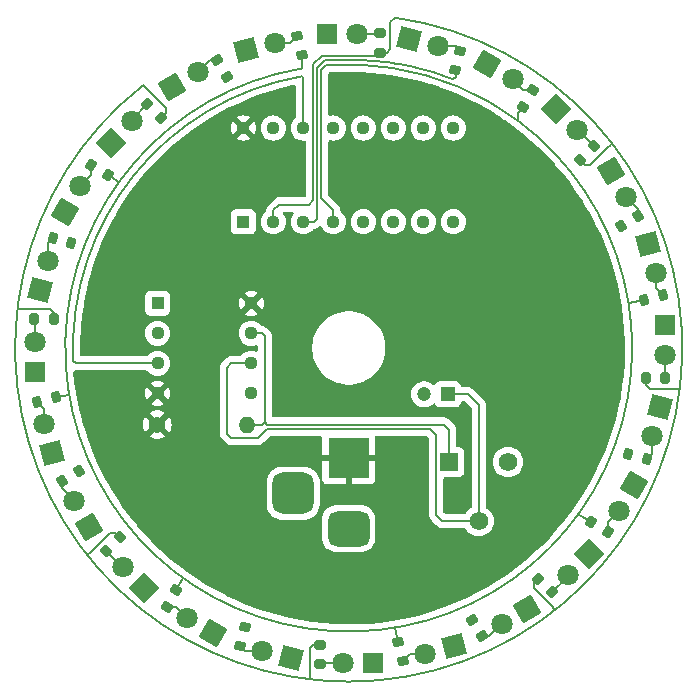
<source format=gbr>
%TF.GenerationSoftware,KiCad,Pcbnew,8.0.9*%
%TF.CreationDate,2025-12-12T10:11:10+01:00*%
%TF.ProjectId,Project,50726f6a-6563-4742-9e6b-696361645f70,rev?*%
%TF.SameCoordinates,Original*%
%TF.FileFunction,Copper,L1,Top*%
%TF.FilePolarity,Positive*%
%FSLAX46Y46*%
G04 Gerber Fmt 4.6, Leading zero omitted, Abs format (unit mm)*
G04 Created by KiCad (PCBNEW 8.0.9) date 2025-12-12 10:11:10*
%MOMM*%
%LPD*%
G01*
G04 APERTURE LIST*
G04 Aperture macros list*
%AMRoundRect*
0 Rectangle with rounded corners*
0 $1 Rounding radius*
0 $2 $3 $4 $5 $6 $7 $8 $9 X,Y pos of 4 corners*
0 Add a 4 corners polygon primitive as box body*
4,1,4,$2,$3,$4,$5,$6,$7,$8,$9,$2,$3,0*
0 Add four circle primitives for the rounded corners*
1,1,$1+$1,$2,$3*
1,1,$1+$1,$4,$5*
1,1,$1+$1,$6,$7*
1,1,$1+$1,$8,$9*
0 Add four rect primitives between the rounded corners*
20,1,$1+$1,$2,$3,$4,$5,0*
20,1,$1+$1,$4,$5,$6,$7,0*
20,1,$1+$1,$6,$7,$8,$9,0*
20,1,$1+$1,$8,$9,$2,$3,0*%
%AMRotRect*
0 Rectangle, with rotation*
0 The origin of the aperture is its center*
0 $1 length*
0 $2 width*
0 $3 Rotation angle, in degrees counterclockwise*
0 Add horizontal line*
21,1,$1,$2,0,0,$3*%
G04 Aperture macros list end*
%TA.AperFunction,Conductor*%
%ADD10C,0.200000*%
%TD*%
%TA.AperFunction,ComponentPad*%
%ADD11R,1.800000X1.800000*%
%TD*%
%TA.AperFunction,ComponentPad*%
%ADD12C,1.800000*%
%TD*%
%TA.AperFunction,ComponentPad*%
%ADD13RotRect,1.800000X1.800000X345.000000*%
%TD*%
%TA.AperFunction,ComponentPad*%
%ADD14RotRect,1.800000X1.800000X45.000000*%
%TD*%
%TA.AperFunction,SMDPad,CuDef*%
%ADD15RoundRect,0.200000X0.317393X-0.122010X0.213866X0.264360X-0.317393X0.122010X-0.213866X-0.264360X0*%
%TD*%
%TA.AperFunction,SMDPad,CuDef*%
%ADD16RoundRect,0.200000X0.138157X-0.310705X0.338157X0.035705X-0.138157X0.310705X-0.338157X-0.035705X0*%
%TD*%
%TA.AperFunction,SMDPad,CuDef*%
%ADD17RoundRect,0.200000X-0.122010X-0.317393X0.264360X-0.213866X0.122010X0.317393X-0.264360X0.213866X0*%
%TD*%
%TA.AperFunction,ComponentPad*%
%ADD18RotRect,1.800000X1.800000X210.000000*%
%TD*%
%TA.AperFunction,ComponentPad*%
%ADD19RotRect,1.800000X1.800000X330.000000*%
%TD*%
%TA.AperFunction,SMDPad,CuDef*%
%ADD20RoundRect,0.200000X-0.138157X0.310705X-0.338157X-0.035705X0.138157X-0.310705X0.338157X0.035705X0*%
%TD*%
%TA.AperFunction,SMDPad,CuDef*%
%ADD21RoundRect,0.200000X-0.338157X0.035705X-0.138157X-0.310705X0.338157X-0.035705X0.138157X0.310705X0*%
%TD*%
%TA.AperFunction,SMDPad,CuDef*%
%ADD22RoundRect,0.200000X-0.275000X0.200000X-0.275000X-0.200000X0.275000X-0.200000X0.275000X0.200000X0*%
%TD*%
%TA.AperFunction,ComponentPad*%
%ADD23RotRect,1.800000X1.800000X15.000000*%
%TD*%
%TA.AperFunction,SMDPad,CuDef*%
%ADD24RoundRect,0.200000X-0.310705X-0.138157X0.035705X-0.338157X0.310705X0.138157X-0.035705X0.338157X0*%
%TD*%
%TA.AperFunction,SMDPad,CuDef*%
%ADD25RoundRect,0.200000X0.053033X-0.335876X0.335876X-0.053033X-0.053033X0.335876X-0.335876X0.053033X0*%
%TD*%
%TA.AperFunction,SMDPad,CuDef*%
%ADD26RoundRect,0.200000X0.264360X0.213866X-0.122010X0.317393X-0.264360X-0.213866X0.122010X-0.317393X0*%
%TD*%
%TA.AperFunction,ComponentPad*%
%ADD27RotRect,1.800000X1.800000X240.000000*%
%TD*%
%TA.AperFunction,SMDPad,CuDef*%
%ADD28RoundRect,0.200000X-0.317393X0.122010X-0.213866X-0.264360X0.317393X-0.122010X0.213866X0.264360X0*%
%TD*%
%TA.AperFunction,ComponentPad*%
%ADD29C,1.400000*%
%TD*%
%TA.AperFunction,ComponentPad*%
%ADD30O,1.400000X1.400000*%
%TD*%
%TA.AperFunction,SMDPad,CuDef*%
%ADD31RoundRect,0.200000X0.035705X0.338157X-0.310705X0.138157X-0.035705X-0.338157X0.310705X-0.138157X0*%
%TD*%
%TA.AperFunction,ComponentPad*%
%ADD32RotRect,1.800000X1.800000X300.000000*%
%TD*%
%TA.AperFunction,ComponentPad*%
%ADD33RotRect,1.800000X1.800000X75.000000*%
%TD*%
%TA.AperFunction,ComponentPad*%
%ADD34RotRect,1.800000X1.800000X135.000000*%
%TD*%
%TA.AperFunction,ComponentPad*%
%ADD35R,1.130000X1.130000*%
%TD*%
%TA.AperFunction,ComponentPad*%
%ADD36C,1.130000*%
%TD*%
%TA.AperFunction,ComponentPad*%
%ADD37RotRect,1.800000X1.800000X60.000000*%
%TD*%
%TA.AperFunction,ComponentPad*%
%ADD38RotRect,1.800000X1.800000X285.000000*%
%TD*%
%TA.AperFunction,SMDPad,CuDef*%
%ADD39RoundRect,0.200000X-0.053033X0.335876X-0.335876X0.053033X0.053033X-0.335876X0.335876X-0.053033X0*%
%TD*%
%TA.AperFunction,ComponentPad*%
%ADD40RotRect,1.800000X1.800000X195.000000*%
%TD*%
%TA.AperFunction,SMDPad,CuDef*%
%ADD41RoundRect,0.200000X0.310705X0.138157X-0.035705X0.338157X-0.310705X-0.138157X0.035705X-0.338157X0*%
%TD*%
%TA.AperFunction,ComponentPad*%
%ADD42RotRect,1.800000X1.800000X120.000000*%
%TD*%
%TA.AperFunction,ComponentPad*%
%ADD43R,1.560000X1.560000*%
%TD*%
%TA.AperFunction,ComponentPad*%
%ADD44C,1.560000*%
%TD*%
%TA.AperFunction,ComponentPad*%
%ADD45RotRect,1.800000X1.800000X105.000000*%
%TD*%
%TA.AperFunction,SMDPad,CuDef*%
%ADD46RoundRect,0.200000X-0.213866X0.264360X-0.317393X-0.122010X0.213866X-0.264360X0.317393X0.122010X0*%
%TD*%
%TA.AperFunction,SMDPad,CuDef*%
%ADD47RoundRect,0.200000X0.200000X0.275000X-0.200000X0.275000X-0.200000X-0.275000X0.200000X-0.275000X0*%
%TD*%
%TA.AperFunction,ComponentPad*%
%ADD48RotRect,1.800000X1.800000X255.000000*%
%TD*%
%TA.AperFunction,SMDPad,CuDef*%
%ADD49RoundRect,0.200000X0.338157X-0.035705X0.138157X0.310705X-0.338157X0.035705X-0.138157X-0.310705X0*%
%TD*%
%TA.AperFunction,SMDPad,CuDef*%
%ADD50RoundRect,0.200000X-0.200000X-0.275000X0.200000X-0.275000X0.200000X0.275000X-0.200000X0.275000X0*%
%TD*%
%TA.AperFunction,SMDPad,CuDef*%
%ADD51RoundRect,0.200000X0.335876X0.053033X0.053033X0.335876X-0.335876X-0.053033X-0.053033X-0.335876X0*%
%TD*%
%TA.AperFunction,SMDPad,CuDef*%
%ADD52RoundRect,0.200000X0.122010X0.317393X-0.264360X0.213866X-0.122010X-0.317393X0.264360X-0.213866X0*%
%TD*%
%TA.AperFunction,SMDPad,CuDef*%
%ADD53RoundRect,0.200000X-0.264360X-0.213866X0.122010X-0.317393X0.264360X0.213866X-0.122010X0.317393X0*%
%TD*%
%TA.AperFunction,SMDPad,CuDef*%
%ADD54RoundRect,0.200000X0.275000X-0.200000X0.275000X0.200000X-0.275000X0.200000X-0.275000X-0.200000X0*%
%TD*%
%TA.AperFunction,SMDPad,CuDef*%
%ADD55RoundRect,0.200000X0.213866X-0.264360X0.317393X0.122010X-0.213866X0.264360X-0.317393X-0.122010X0*%
%TD*%
%TA.AperFunction,ComponentPad*%
%ADD56RotRect,1.800000X1.800000X225.000000*%
%TD*%
%TA.AperFunction,SMDPad,CuDef*%
%ADD57RoundRect,0.200000X-0.335876X-0.053033X-0.053033X-0.335876X0.335876X0.053033X0.053033X0.335876X0*%
%TD*%
%TA.AperFunction,SMDPad,CuDef*%
%ADD58RoundRect,0.200000X-0.035705X-0.338157X0.310705X-0.138157X0.035705X0.338157X-0.310705X0.138157X0*%
%TD*%
%TA.AperFunction,ComponentPad*%
%ADD59RotRect,1.800000X1.800000X315.000000*%
%TD*%
%TA.AperFunction,ComponentPad*%
%ADD60RotRect,1.800000X1.800000X30.000000*%
%TD*%
%TA.AperFunction,ComponentPad*%
%ADD61RotRect,1.800000X1.800000X165.000000*%
%TD*%
%TA.AperFunction,ComponentPad*%
%ADD62RotRect,1.800000X1.800000X150.000000*%
%TD*%
%TA.AperFunction,ComponentPad*%
%ADD63R,1.200000X1.200000*%
%TD*%
%TA.AperFunction,ComponentPad*%
%ADD64C,1.200000*%
%TD*%
%TA.AperFunction,ComponentPad*%
%ADD65R,3.500000X3.500000*%
%TD*%
%TA.AperFunction,ComponentPad*%
%ADD66RoundRect,0.750000X1.000000X-0.750000X1.000000X0.750000X-1.000000X0.750000X-1.000000X-0.750000X0*%
%TD*%
%TA.AperFunction,ComponentPad*%
%ADD67RoundRect,0.875000X0.875000X-0.875000X0.875000X0.875000X-0.875000X0.875000X-0.875000X-0.875000X0*%
%TD*%
%TA.AperFunction,ViaPad*%
%ADD68C,0.600000*%
%TD*%
G04 APERTURE END LIST*
D10*
%TO.N,/LED_RED/LED_RED*%
X206959200Y-103505000D02*
X207187800Y-103505000D01*
%TO.N,/LED_BLUE/LED_BLUE*%
X154432000Y-104241600D02*
X155473400Y-104038400D01*
X164566600Y-120573800D02*
X165125400Y-119583200D01*
X182853883Y-76362095D02*
G75*
G02*
X193497200Y-80822800I-3682283J-23713905D01*
G01*
X193497200Y-80822800D02*
G75*
G02*
X175106920Y-76424638I-14325600J-19253200D01*
G01*
X199745600Y-114808000D02*
X198653400Y-114173000D01*
X158800800Y-85394800D02*
X159715200Y-86004400D01*
%TO.N,/LED_RED/LED_RED*%
X196443600Y-122047000D02*
X196646800Y-122250200D01*
X201269600Y-82931000D02*
X201422000Y-82778600D01*
X157327600Y-117322600D02*
X157022800Y-117602000D01*
%TO.N,/LED_BLUE/LED_BLUE*%
X177603034Y-76129224D02*
G75*
G02*
X182853883Y-76362095I1568566J-23946776D01*
G01*
%TO.N,Net-(IC1-CLOCK)*%
X155854400Y-101142800D02*
G75*
G02*
X175208392Y-77073329I23317200J1066800D01*
G01*
%TO.N,/LED_RED/LED_RED*%
X183108600Y-72110601D02*
G75*
G02*
X161775237Y-77828976I-3937000J-27965399D01*
G01*
X151561800Y-96774000D02*
X151155400Y-96774000D01*
%TO.N,/LED_BLUE/LED_BLUE*%
X183311800Y-124942600D02*
X183057800Y-123799600D01*
%TO.N,/LED_RED/LED_RED*%
X175895000Y-127736600D02*
X175895000Y-128117600D01*
%TO.N,/LED_BLUE/LED_BLUE*%
X204139800Y-96037400D02*
X202895200Y-96291400D01*
%TD*%
D11*
%TO.P,D3,1,K*%
%TO.N,GND*%
X205917800Y-98120200D03*
D12*
%TO.P,D3,2,A*%
%TO.N,Net-(D3-A)*%
X205917801Y-100660201D03*
%TD*%
D13*
%TO.P,D9,1,K*%
%TO.N,GND*%
X184277000Y-73888600D03*
D12*
%TO.P,D9,2,A*%
%TO.N,Net-(D9-A)*%
X186730452Y-74546000D03*
%TD*%
D14*
%TO.P,D8,1,K*%
%TO.N,GND*%
X159021031Y-82676653D03*
D12*
%TO.P,D8,2,A*%
%TO.N,Net-(D8-A)*%
X160817083Y-80880602D03*
%TD*%
D15*
%TO.P,R24,1*%
%TO.N,/LED_BLUE/LED_BLUE*%
X175204452Y-75228378D03*
%TO.P,R24,2*%
%TO.N,Net-(D24-A)*%
X174777400Y-73634600D03*
%TD*%
D16*
%TO.P,R17,1*%
%TO.N,/LED_BLUE/LED_BLUE*%
X193965852Y-79646485D03*
%TO.P,R17,2*%
%TO.N,Net-(D17-A)*%
X194790852Y-78217543D03*
%TD*%
D17*
%TO.P,R18,1*%
%TO.N,/LED_BLUE/LED_BLUE*%
X204150609Y-96034382D03*
%TO.P,R18,2*%
%TO.N,Net-(D18-A)*%
X205744387Y-95607330D03*
%TD*%
D18*
%TO.P,D12,1,K*%
%TO.N,GND*%
X194310000Y-122174000D03*
D12*
%TO.P,D12,2,A*%
%TO.N,Net-(D12-A)*%
X192110294Y-123444002D03*
%TD*%
D19*
%TO.P,D17,1,K*%
%TO.N,GND*%
X190855600Y-76047600D03*
D12*
%TO.P,D17,2,A*%
%TO.N,Net-(D17-A)*%
X193055305Y-77317600D03*
%TD*%
D20*
%TO.P,R21,1*%
%TO.N,/LED_BLUE/LED_BLUE*%
X164578122Y-120580316D03*
%TO.P,R21,2*%
%TO.N,Net-(D21-A)*%
X163753122Y-122009258D03*
%TD*%
D21*
%TO.P,R12,1*%
%TO.N,/LED_GREEN/LED_GREEN*%
X189635722Y-123069516D03*
%TO.P,R12,2*%
%TO.N,Net-(D12-A)*%
X190460722Y-124498458D03*
%TD*%
D22*
%TO.P,R5,1*%
%TO.N,/LED_RED/LED_RED*%
X176758599Y-125184402D03*
%TO.P,R5,2*%
%TO.N,Net-(D5-A)*%
X176758599Y-126834402D03*
%TD*%
D23*
%TO.P,D24,1,K*%
%TO.N,GND*%
X170457670Y-74883587D03*
D12*
%TO.P,D24,2,A*%
%TO.N,Net-(D24-A)*%
X172911122Y-74226187D03*
%TD*%
D24*
%TO.P,R19,1*%
%TO.N,/LED_BLUE/LED_BLUE*%
X199726716Y-114814226D03*
%TO.P,R19,2*%
%TO.N,Net-(D19-A)*%
X201155658Y-115639226D03*
%TD*%
D25*
%TO.P,R2,1*%
%TO.N,/LED_RED/LED_RED*%
X198772393Y-84140829D03*
%TO.P,R2,2*%
%TO.N,Net-(D2-A)*%
X199939119Y-82974103D03*
%TD*%
D26*
%TO.P,R15,1*%
%TO.N,/LED_GREEN/LED_GREEN*%
X155695578Y-91206652D03*
%TO.P,R15,2*%
%TO.N,Net-(D15-A)*%
X154101800Y-90779600D03*
%TD*%
D27*
%TO.P,D19,1,K*%
%TO.N,GND*%
X203327000Y-111701547D03*
D12*
%TO.P,D19,2,A*%
%TO.N,Net-(D19-A)*%
X202057000Y-113901253D03*
%TD*%
D28*
%TO.P,R20,1*%
%TO.N,/LED_BLUE/LED_BLUE*%
X183340217Y-124978810D03*
%TO.P,R20,2*%
%TO.N,Net-(D20-A)*%
X183767269Y-126572588D03*
%TD*%
D29*
%TO.P,R25,1*%
%TO.N,+12V*%
X162966400Y-106553000D03*
D30*
%TO.P,R25,2*%
%TO.N,/POT*%
X170586400Y-106553000D03*
%TD*%
D31*
%TO.P,R14,1*%
%TO.N,/LED_GREEN/LED_GREEN*%
X156330484Y-110514724D03*
%TO.P,R14,2*%
%TO.N,Net-(D14-A)*%
X154901542Y-111339724D03*
%TD*%
D32*
%TO.P,D10,1,K*%
%TO.N,GND*%
X201345800Y-85064600D03*
D12*
%TO.P,D10,2,A*%
%TO.N,Net-(D10-A)*%
X202615801Y-87264305D03*
%TD*%
D33*
%TO.P,D15,1,K*%
%TO.N,GND*%
X153023590Y-95145089D03*
D12*
%TO.P,D15,2,A*%
%TO.N,Net-(D15-A)*%
X153680992Y-92691637D03*
%TD*%
D34*
%TO.P,D6,1,K*%
%TO.N,GND*%
X161874200Y-120370600D03*
D12*
%TO.P,D6,2,A*%
%TO.N,Net-(D6-A)*%
X160078147Y-118574546D03*
%TD*%
D35*
%TO.P,IC1,1,Q5*%
%TO.N,unconnected-(IC1-Q5-Pad1)*%
X170256200Y-89390200D03*
D36*
%TO.P,IC1,2,Q1*%
%TO.N,/LED_RED/LED_RED*%
X172796201Y-89390199D03*
%TO.P,IC1,3,Q0*%
%TO.N,/LED_GREEN/LED_GREEN*%
X175336200Y-89390200D03*
%TO.P,IC1,4,Q2*%
%TO.N,/LED_BLUE/LED_BLUE*%
X177876200Y-89390202D03*
%TO.P,IC1,5,Q6*%
%TO.N,unconnected-(IC1-Q6-Pad5)*%
X180416199Y-89390201D03*
%TO.P,IC1,6,Q7*%
%TO.N,unconnected-(IC1-Q7-Pad6)*%
X182956200Y-89390200D03*
%TO.P,IC1,7,Q3*%
%TO.N,/RESET*%
X185496200Y-89390202D03*
%TO.P,IC1,8,VSS*%
%TO.N,GND*%
X188036199Y-89390200D03*
%TO.P,IC1,9,Q8*%
%TO.N,unconnected-(IC1-Q8-Pad9)*%
X188036200Y-81450200D03*
%TO.P,IC1,10,Q4*%
%TO.N,unconnected-(IC1-Q4-Pad10)*%
X185496199Y-81450201D03*
%TO.P,IC1,11,Q9*%
%TO.N,unconnected-(IC1-Q9-Pad11)*%
X182956200Y-81450200D03*
%TO.P,IC1,12,COUT*%
%TO.N,unconnected-(IC1-COUT-Pad12)*%
X180416200Y-81450198D03*
%TO.P,IC1,13,CKEN*%
%TO.N,GND*%
X177876201Y-81450199D03*
%TO.P,IC1,14,CLOCK*%
%TO.N,Net-(IC1-CLOCK)*%
X175336200Y-81450200D03*
%TO.P,IC1,15,RESET*%
%TO.N,/RESET*%
X172796200Y-81450198D03*
%TO.P,IC1,16,VDD*%
%TO.N,+12V*%
X170256201Y-81450200D03*
%TD*%
D37*
%TO.P,D23,1,K*%
%TO.N,GND*%
X155194000Y-88519000D03*
D12*
%TO.P,D23,2,A*%
%TO.N,Net-(D23-A)*%
X156464001Y-86319295D03*
%TD*%
D38*
%TO.P,D18,1,K*%
%TO.N,GND*%
X204495400Y-91287600D03*
D12*
%TO.P,D18,2,A*%
%TO.N,Net-(D18-A)*%
X205152802Y-93741052D03*
%TD*%
D39*
%TO.P,R6,1*%
%TO.N,/LED_RED/LED_RED*%
X159799406Y-116087372D03*
%TO.P,R6,2*%
%TO.N,Net-(D6-A)*%
X158632680Y-117254098D03*
%TD*%
D40*
%TO.P,D20,1,K*%
%TO.N,GND*%
X188087000Y-125323600D03*
D12*
%TO.P,D20,2,A*%
%TO.N,Net-(D20-A)*%
X185633546Y-125981002D03*
%TD*%
D41*
%TO.P,R23,1*%
%TO.N,/LED_BLUE/LED_BLUE*%
X158794285Y-85406323D03*
%TO.P,R23,2*%
%TO.N,Net-(D23-A)*%
X157365343Y-84581323D03*
%TD*%
D42*
%TO.P,D14,1,K*%
%TO.N,GND*%
X157226000Y-115189000D03*
D12*
%TO.P,D14,2,A*%
%TO.N,Net-(D14-A)*%
X155956000Y-112989294D03*
%TD*%
D43*
%TO.P,RV1,1,1*%
%TO.N,/POT*%
X187669800Y-109723200D03*
D44*
%TO.P,RV1,2,2*%
%TO.N,Net-(IC2-THRES)*%
X190169800Y-114723200D03*
%TO.P,RV1,3,3*%
%TO.N,unconnected-(RV1-Pad3)*%
X192669800Y-109723200D03*
%TD*%
D45*
%TO.P,D22,1,K*%
%TO.N,GND*%
X154055387Y-108967729D03*
D12*
%TO.P,D22,2,A*%
%TO.N,Net-(D22-A)*%
X153397987Y-106514276D03*
%TD*%
D46*
%TO.P,R13,1*%
%TO.N,/LED_GREEN/LED_GREEN*%
X170371416Y-123690012D03*
%TO.P,R13,2*%
%TO.N,Net-(D13-A)*%
X169944364Y-125283790D03*
%TD*%
D47*
%TO.P,R7,1*%
%TO.N,/LED_RED/LED_RED*%
X154202400Y-97637600D03*
%TO.P,R7,2*%
%TO.N,Net-(D7-A)*%
X152552400Y-97637600D03*
%TD*%
D48*
%TO.P,D11,1,K*%
%TO.N,GND*%
X205511400Y-105079800D03*
D12*
%TO.P,D11,2,A*%
%TO.N,Net-(D11-A)*%
X204854000Y-107533253D03*
%TD*%
D49*
%TO.P,R16,1*%
%TO.N,/LED_GREEN/LED_GREEN*%
X168885277Y-77107885D03*
%TO.P,R16,2*%
%TO.N,Net-(D16-A)*%
X168060277Y-75678943D03*
%TD*%
D50*
%TO.P,R3,1*%
%TO.N,/LED_RED/LED_RED*%
X204344000Y-102616000D03*
%TO.P,R3,2*%
%TO.N,Net-(D3-A)*%
X205994000Y-102616000D03*
%TD*%
D11*
%TO.P,D5,1,K*%
%TO.N,GND*%
X181254401Y-126746000D03*
D12*
%TO.P,D5,2,A*%
%TO.N,Net-(D5-A)*%
X178714398Y-126746001D03*
%TD*%
D51*
%TO.P,R8,1*%
%TO.N,/LED_RED/LED_RED*%
X163294926Y-80592526D03*
%TO.P,R8,2*%
%TO.N,Net-(D8-A)*%
X162128200Y-79425800D03*
%TD*%
D52*
%TO.P,R22,1*%
%TO.N,/LED_BLUE/LED_BLUE*%
X154400178Y-104220948D03*
%TO.P,R22,2*%
%TO.N,Net-(D22-A)*%
X152806400Y-104648000D03*
%TD*%
D53*
%TO.P,R11,1*%
%TO.N,/LED_GREEN/LED_GREEN*%
X202839411Y-109018238D03*
%TO.P,R11,2*%
%TO.N,Net-(D11-A)*%
X204433189Y-109445290D03*
%TD*%
D11*
%TO.P,D7,1,K*%
%TO.N,GND*%
X152628600Y-102133400D03*
D12*
%TO.P,D7,2,A*%
%TO.N,Net-(D7-A)*%
X152628601Y-99593399D03*
%TD*%
D54*
%TO.P,R1,1*%
%TO.N,/LED_RED/LED_RED*%
X181813200Y-75069200D03*
%TO.P,R1,2*%
%TO.N,Net-(D1-A)*%
X181813200Y-73419200D03*
%TD*%
D11*
%TO.P,D1,1,K*%
%TO.N,GND*%
X177317400Y-73507600D03*
D12*
%TO.P,D1,2,A*%
%TO.N,Net-(D1-A)*%
X179857400Y-73507600D03*
%TD*%
D55*
%TO.P,R9,1*%
%TO.N,/LED_GREEN/LED_GREEN*%
X188208311Y-76551639D03*
%TO.P,R9,2*%
%TO.N,Net-(D9-A)*%
X188635363Y-74957861D03*
%TD*%
D56*
%TO.P,D4,1,K*%
%TO.N,GND*%
X199517000Y-117525800D03*
D12*
%TO.P,D4,2,A*%
%TO.N,Net-(D4-A)*%
X197720948Y-119321853D03*
%TD*%
D57*
%TO.P,R4,1*%
%TO.N,/LED_RED/LED_RED*%
X195233771Y-119600594D03*
%TO.P,R4,2*%
%TO.N,Net-(D4-A)*%
X196400497Y-120767320D03*
%TD*%
D58*
%TO.P,R10,1*%
%TO.N,/LED_GREEN/LED_GREEN*%
X202241315Y-89738878D03*
%TO.P,R10,2*%
%TO.N,Net-(D10-A)*%
X203670257Y-88913878D03*
%TD*%
D59*
%TO.P,D2,1,K*%
%TO.N,GND*%
X196697600Y-79857600D03*
D12*
%TO.P,D2,2,A*%
%TO.N,Net-(D2-A)*%
X198493652Y-81653651D03*
%TD*%
D60*
%TO.P,D16,1,K*%
%TO.N,GND*%
X164211000Y-78003400D03*
D12*
%TO.P,D16,2,A*%
%TO.N,Net-(D16-A)*%
X166410705Y-76733400D03*
%TD*%
D61*
%TO.P,D13,1,K*%
%TO.N,GND*%
X174309855Y-126362000D03*
D12*
%TO.P,D13,2,A*%
%TO.N,Net-(D13-A)*%
X171856400Y-125704600D03*
%TD*%
D35*
%TO.P,IC2,1,GND*%
%TO.N,GND*%
X162984200Y-96291400D03*
D36*
%TO.P,IC2,2,TRIG*%
%TO.N,Net-(IC2-THRES)*%
X162984200Y-98831400D03*
%TO.P,IC2,3,OUT*%
%TO.N,Net-(IC1-CLOCK)*%
X162984200Y-101371400D03*
%TO.P,IC2,4,RESET*%
%TO.N,+12V*%
X162984200Y-103911400D03*
%TO.P,IC2,5,CONT*%
%TO.N,unconnected-(IC2-CONT-Pad5)*%
X170924200Y-103911400D03*
%TO.P,IC2,6,THRES*%
%TO.N,Net-(IC2-THRES)*%
X170924200Y-101371400D03*
%TO.P,IC2,7,DISCH*%
%TO.N,/POT*%
X170924200Y-98831400D03*
%TO.P,IC2,8,VCC*%
%TO.N,+12V*%
X170924200Y-96291400D03*
%TD*%
D62*
%TO.P,D21,1,K*%
%TO.N,GND*%
X167690800Y-124180600D03*
D12*
%TO.P,D21,2,A*%
%TO.N,Net-(D21-A)*%
X165491094Y-122910598D03*
%TD*%
D63*
%TO.P,C1,1*%
%TO.N,Net-(IC2-THRES)*%
X187560998Y-103987600D03*
D64*
%TO.P,C1,2*%
%TO.N,GND*%
X185560998Y-103987600D03*
%TD*%
D65*
%TO.P,J1,1*%
%TO.N,+12V*%
X179171599Y-109366799D03*
D66*
%TO.P,J1,2*%
%TO.N,GND*%
X179171598Y-115366800D03*
D67*
%TO.P,J1,3*%
%TO.N,unconnected-(J1-Pad3)*%
X174471598Y-112366800D03*
%TD*%
D68*
%TO.N,/LED_GREEN/LED_GREEN*%
X202255866Y-89771585D03*
X188217145Y-76608578D03*
X202837841Y-109044726D03*
X155687671Y-91283153D03*
X170401693Y-123665423D03*
X189655439Y-123067904D03*
X156334257Y-110550047D03*
X168920905Y-77168413D03*
%TD*%
D10*
%TO.N,/LED_RED/LED_RED*%
X163723823Y-80199729D02*
X163723823Y-79751423D01*
X176151200Y-87577000D02*
X176151200Y-80317000D01*
X176902098Y-75319902D02*
X181562498Y-75319902D01*
X159801393Y-116106041D02*
X159396929Y-115701577D01*
X161798001Y-77825601D02*
X161772601Y-77825601D01*
X172796201Y-89390199D02*
X172796201Y-88417399D01*
X194822577Y-120425977D02*
X196439023Y-122042423D01*
X204647800Y-103505000D02*
X206933800Y-103505000D01*
X195227043Y-119573205D02*
X194822577Y-119977671D01*
X175797200Y-87931000D02*
X176151200Y-87577000D01*
X176151200Y-80317000D02*
X176151200Y-76070800D01*
X182385200Y-75069200D02*
X182702200Y-74752200D01*
X194822577Y-119977671D02*
X194822577Y-120425977D01*
X158948623Y-115701577D02*
X157332177Y-117318023D01*
X175895000Y-125450600D02*
X175895000Y-127736600D01*
X154190200Y-97662999D02*
X154190200Y-97091000D01*
X176212000Y-125133600D02*
X175895000Y-125450600D01*
X163723823Y-79751423D02*
X161798001Y-77825601D01*
X176151200Y-80317000D02*
X176123600Y-80289400D01*
X198780400Y-84150200D02*
X199184865Y-84554665D01*
X173282600Y-87931000D02*
X175797200Y-87931000D01*
X153873200Y-96774000D02*
X151587200Y-96774000D01*
X204330800Y-102615999D02*
X204330800Y-103188000D01*
X159396929Y-115701577D02*
X158948623Y-115701577D01*
X182702200Y-72466200D02*
X183057799Y-72110601D01*
X199633171Y-84554665D02*
X201249617Y-82938219D01*
X181813200Y-75069200D02*
X182385200Y-75069200D01*
X163319359Y-80604194D02*
X163723823Y-80199729D01*
X182702200Y-74752200D02*
X182702200Y-72466200D01*
X176784002Y-125133600D02*
X176212000Y-125133600D01*
X199184865Y-84554665D02*
X199633171Y-84554665D01*
X183057799Y-72110601D02*
X183108600Y-72110601D01*
X154190200Y-97091000D02*
X153873200Y-96774000D01*
X172796201Y-88417399D02*
X173282600Y-87931000D01*
X204330800Y-103188000D02*
X204647800Y-103505000D01*
X176151200Y-76070800D02*
X176902098Y-75319902D01*
X181562498Y-75319902D02*
X181813200Y-75069200D01*
%TO.N,/LED_GREEN/LED_GREEN*%
X183404619Y-76040268D02*
X184372616Y-76230974D01*
X188217145Y-76608578D02*
X188217145Y-77098866D01*
X177161698Y-75669902D02*
X179182076Y-75669902D01*
X176501200Y-76330400D02*
X177161698Y-75669902D01*
X183081225Y-75988388D02*
X183404619Y-76040268D01*
X188208311Y-76551639D02*
X188061600Y-76698350D01*
X176501200Y-89132000D02*
X176501200Y-83413600D01*
X179182076Y-75669902D02*
X180252919Y-75693867D01*
X180252919Y-75693867D02*
X181321712Y-75764795D01*
X188217145Y-77098866D02*
X187992749Y-77323262D01*
X187222254Y-77036408D02*
X187635474Y-77190249D01*
X187992749Y-77323262D02*
X187970441Y-77314957D01*
X181321712Y-75764795D02*
X182385281Y-75882431D01*
X183081225Y-75988388D02*
X183079752Y-75986396D01*
X176501200Y-83413600D02*
X176501200Y-83388200D01*
X175336200Y-89390200D02*
X176243000Y-89390200D01*
X186283514Y-76729554D02*
X187222254Y-77036408D01*
X185333136Y-76460934D02*
X186283514Y-76729554D01*
X183079752Y-75986396D02*
X182915981Y-75961879D01*
X176501200Y-83413600D02*
X176501200Y-76330400D01*
X187970441Y-77314957D02*
X187635474Y-77190249D01*
X176243000Y-89390200D02*
X176501200Y-89132000D01*
X182915981Y-75961879D02*
X182385281Y-75882431D01*
X184372616Y-76230974D02*
X185333136Y-76460934D01*
%TO.N,/LED_BLUE/LED_BLUE*%
X176851200Y-76513800D02*
X176851200Y-87392400D01*
X175204452Y-75228378D02*
X175204452Y-76331749D01*
X177235776Y-76129224D02*
X176851200Y-76513800D01*
X175204452Y-76331749D02*
X175107600Y-76428601D01*
X177603034Y-76129224D02*
X177235776Y-76129224D01*
X177876200Y-88417400D02*
X177876200Y-89390202D01*
X193471800Y-80797400D02*
X193497200Y-80822800D01*
X193471800Y-80140537D02*
X193471800Y-80797400D01*
X176851200Y-87392400D02*
X177876200Y-88417400D01*
X193965852Y-79646485D02*
X193471800Y-80140537D01*
%TO.N,Net-(IC2-THRES)*%
X190169800Y-104876600D02*
X189280800Y-103987600D01*
X190169800Y-114723200D02*
X187087800Y-114723200D01*
X172268400Y-106903000D02*
X171475400Y-107696000D01*
X186049400Y-106903000D02*
X172268400Y-106903000D01*
X168859200Y-101727000D02*
X169214800Y-101371400D01*
X186588400Y-114223800D02*
X186588400Y-107442000D01*
X168859200Y-107315000D02*
X168859200Y-101727000D01*
X190169800Y-114723200D02*
X190169800Y-104876600D01*
X189280800Y-103987600D02*
X187560998Y-103987600D01*
X171475400Y-107696000D02*
X169240200Y-107696000D01*
X169214800Y-101371400D02*
X170924200Y-101371400D01*
X186588400Y-107442000D02*
X186049400Y-106903000D01*
X187087800Y-114723200D02*
X186588400Y-114223800D01*
X169240200Y-107696000D02*
X168859200Y-107315000D01*
%TO.N,/POT*%
X187223400Y-106553000D02*
X172288200Y-106553000D01*
X187669800Y-109723200D02*
X187669800Y-106999400D01*
X187669800Y-106999400D02*
X187223400Y-106553000D01*
X170924200Y-98831400D02*
X171831000Y-98831400D01*
X171831000Y-98831400D02*
X172059600Y-99060000D01*
X172059600Y-99060000D02*
X172059600Y-106324400D01*
X172288200Y-106553000D02*
X172059600Y-106324400D01*
X172059600Y-106324400D02*
X171831000Y-106553000D01*
X171831000Y-106553000D02*
X170586400Y-106553000D01*
%TO.N,Net-(IC1-CLOCK)*%
X162984200Y-101371400D02*
X156083000Y-101371400D01*
X175336200Y-77212391D02*
X175210735Y-77086926D01*
X156083000Y-101371400D02*
X155854400Y-101142800D01*
X175336200Y-81450200D02*
X175336200Y-77212391D01*
%TO.N,Net-(D1-A)*%
X179857400Y-73507600D02*
X181724800Y-73507600D01*
X181724800Y-73507600D02*
X181813200Y-73419200D01*
%TO.N,Net-(D2-A)*%
X198618667Y-81653651D02*
X199939119Y-82974103D01*
X198493652Y-81653651D02*
X198618667Y-81653651D01*
%TO.N,Net-(D3-A)*%
X205917801Y-100660201D02*
X205917801Y-102539801D01*
X205917801Y-102539801D02*
X205994000Y-102616000D01*
%TO.N,Net-(D4-A)*%
X197720948Y-119446869D02*
X196400497Y-120767320D01*
X197720948Y-119321853D02*
X197720948Y-119446869D01*
%TO.N,Net-(D5-A)*%
X178714398Y-126746001D02*
X176847000Y-126746001D01*
X176847000Y-126746001D02*
X176758599Y-126834402D01*
%TO.N,Net-(D6-A)*%
X160078148Y-118574546D02*
X159953128Y-118574546D01*
X159953128Y-118574546D02*
X158632680Y-117254098D01*
%TO.N,Net-(D7-A)*%
X152628601Y-97713801D02*
X152552400Y-97637600D01*
X152628601Y-99593399D02*
X152628601Y-97713801D01*
%TO.N,Net-(D8-A)*%
X160817083Y-80880602D02*
X160817083Y-80736917D01*
X160817083Y-80736917D02*
X162128200Y-79425800D01*
%TO.N,Net-(D9-A)*%
X188223502Y-74546000D02*
X188635363Y-74957861D01*
X186730452Y-74546000D02*
X188223502Y-74546000D01*
%TO.N,Net-(D10-A)*%
X203670257Y-88318761D02*
X203670257Y-88913878D01*
X202615801Y-87264305D02*
X203670257Y-88318761D01*
%TO.N,Net-(D11-A)*%
X204854000Y-109024479D02*
X204433189Y-109445290D01*
X204854000Y-107533253D02*
X204854000Y-109024479D01*
%TO.N,Net-(D12-A)*%
X192110294Y-123444002D02*
X191055838Y-124498458D01*
X191055838Y-124498458D02*
X190460722Y-124498458D01*
%TO.N,Net-(D13-A)*%
X171856400Y-125704600D02*
X170365174Y-125704600D01*
X170365174Y-125704600D02*
X169944364Y-125283790D01*
%TO.N,Net-(D14-A)*%
X155956000Y-112989294D02*
X154901542Y-111934836D01*
X154901542Y-111934836D02*
X154901542Y-111339724D01*
%TO.N,Net-(D15-A)*%
X153680992Y-91200408D02*
X154101800Y-90779600D01*
X153680992Y-92691637D02*
X153680992Y-91200408D01*
%TO.N,Net-(D16-A)*%
X166410705Y-76733400D02*
X167465162Y-75678943D01*
X167465162Y-75678943D02*
X168060277Y-75678943D01*
%TO.N,Net-(D17-A)*%
X193055305Y-77317600D02*
X193955248Y-78217543D01*
X193955248Y-78217543D02*
X194790852Y-78217543D01*
%TO.N,Net-(D18-A)*%
X205152801Y-95015744D02*
X205744387Y-95607330D01*
X205152801Y-93741052D02*
X205152801Y-95015744D01*
%TO.N,Net-(D19-A)*%
X201155658Y-114802595D02*
X201155658Y-115639226D01*
X202057000Y-113901253D02*
X201155658Y-114802595D01*
%TO.N,Net-(D20-A)*%
X184358855Y-125981002D02*
X183767269Y-126572588D01*
X185633546Y-125981002D02*
X184358855Y-125981002D01*
%TO.N,Net-(D21-A)*%
X165491094Y-122910598D02*
X164589754Y-122009258D01*
X164589754Y-122009258D02*
X163753122Y-122009258D01*
%TO.N,Net-(D22-A)*%
X153397987Y-105239587D02*
X152806400Y-104648000D01*
X153397987Y-106514276D02*
X153397987Y-105239587D01*
%TO.N,Net-(D23-A)*%
X156464001Y-86319295D02*
X157365343Y-85417953D01*
X157365343Y-85417953D02*
X157365343Y-84581323D01*
%TO.N,Net-(D24-A)*%
X174185813Y-74226187D02*
X174777400Y-73634600D01*
X172911122Y-74226187D02*
X174185813Y-74226187D01*
%TD*%
%TA.AperFunction,Conductor*%
%TO.N,+12V*%
G36*
X179354999Y-76679166D02*
G01*
X180205984Y-76701324D01*
X180210513Y-76701525D01*
X181060049Y-76754782D01*
X181064557Y-76755147D01*
X181911653Y-76839442D01*
X181916093Y-76839967D01*
X182759487Y-76955176D01*
X182763978Y-76955874D01*
X183620482Y-77105305D01*
X183624995Y-77106179D01*
X184475301Y-77287491D01*
X184479796Y-77288539D01*
X185322707Y-77501473D01*
X185327142Y-77502682D01*
X185953472Y-77686045D01*
X186161521Y-77746953D01*
X186165941Y-77748337D01*
X186196865Y-77758659D01*
X186893351Y-77991135D01*
X186990621Y-78023602D01*
X186994986Y-78025151D01*
X187808757Y-78331004D01*
X187813060Y-78332713D01*
X188614896Y-78668770D01*
X188619103Y-78670626D01*
X189407845Y-79036403D01*
X189411960Y-79038405D01*
X190186494Y-79433386D01*
X190190541Y-79435547D01*
X190949756Y-79859165D01*
X190953728Y-79861479D01*
X191529106Y-80211323D01*
X191696604Y-80313166D01*
X191700516Y-80315646D01*
X191921382Y-80461507D01*
X192348954Y-80743878D01*
X192425977Y-80794744D01*
X192429791Y-80797367D01*
X193050333Y-81241326D01*
X193098806Y-81276005D01*
X193114337Y-81289172D01*
X193128484Y-81303319D01*
X193128485Y-81303320D01*
X193128487Y-81303321D01*
X193154808Y-81318517D01*
X193168859Y-81327963D01*
X193853658Y-81859732D01*
X193897169Y-81893520D01*
X193901132Y-81896730D01*
X194630851Y-82513138D01*
X194632748Y-82514740D01*
X194636568Y-82518104D01*
X195178990Y-83015948D01*
X195342150Y-83165699D01*
X195345837Y-83169226D01*
X195810669Y-83632505D01*
X196024155Y-83845277D01*
X196027693Y-83848951D01*
X196654787Y-84527623D01*
X196677639Y-84552354D01*
X196681014Y-84556161D01*
X197210200Y-85178390D01*
X197301476Y-85285714D01*
X197304701Y-85289668D01*
X197894626Y-86044134D01*
X197897685Y-86048218D01*
X198456041Y-86826274D01*
X198458930Y-86830479D01*
X198984828Y-87630883D01*
X198987542Y-87635205D01*
X199042299Y-87726521D01*
X199470591Y-88440769D01*
X199480062Y-88456562D01*
X199482587Y-88460977D01*
X199788554Y-89022375D01*
X199940886Y-89301880D01*
X199943236Y-89306409D01*
X200138800Y-89703272D01*
X200277641Y-89985026D01*
X200366582Y-90165515D01*
X200368740Y-90170134D01*
X200421416Y-90289145D01*
X200756351Y-91045860D01*
X200758320Y-91050567D01*
X200935472Y-91499896D01*
X201096272Y-91907753D01*
X201109587Y-91941524D01*
X201111361Y-91946309D01*
X201425676Y-92850970D01*
X201427251Y-92855823D01*
X201704080Y-93772644D01*
X201705454Y-93777558D01*
X201944328Y-94704985D01*
X201945499Y-94709952D01*
X202146019Y-95646437D01*
X202146984Y-95651447D01*
X202308800Y-96595358D01*
X202309559Y-96600404D01*
X202432411Y-97550211D01*
X202432961Y-97555284D01*
X202516631Y-98509318D01*
X202516972Y-98514409D01*
X202561321Y-99471089D01*
X202561452Y-99476190D01*
X202566404Y-100433854D01*
X202566326Y-100438956D01*
X202531874Y-101396067D01*
X202531585Y-101401161D01*
X202457789Y-102355981D01*
X202457292Y-102361059D01*
X202344269Y-103312102D01*
X202343562Y-103317156D01*
X202191518Y-104262681D01*
X202190605Y-104267701D01*
X201999778Y-105206229D01*
X201998658Y-105211207D01*
X201769393Y-106141038D01*
X201768070Y-106145966D01*
X201500737Y-107065602D01*
X201499212Y-107070471D01*
X201194271Y-107978335D01*
X201192547Y-107983138D01*
X200850519Y-108877670D01*
X200848599Y-108882398D01*
X200470058Y-109762102D01*
X200467946Y-109766746D01*
X200053518Y-110630166D01*
X200051215Y-110634720D01*
X199601641Y-111480313D01*
X199599154Y-111484768D01*
X199115151Y-112311182D01*
X199112482Y-112315531D01*
X198594909Y-113121304D01*
X198592064Y-113125540D01*
X198041751Y-113909377D01*
X198038733Y-113913491D01*
X197456661Y-114673995D01*
X197453477Y-114677983D01*
X196840611Y-115413893D01*
X196837266Y-115417746D01*
X196194631Y-116127834D01*
X196191130Y-116131546D01*
X195519828Y-116814588D01*
X195516177Y-116818153D01*
X194817341Y-117473003D01*
X194813547Y-117476414D01*
X194088379Y-118101943D01*
X194084448Y-118105196D01*
X193334131Y-118700383D01*
X193330069Y-118703471D01*
X192555906Y-119267282D01*
X192551720Y-119270200D01*
X191755043Y-119801666D01*
X191750741Y-119804410D01*
X190932864Y-120302655D01*
X190928453Y-120305220D01*
X190090733Y-120769416D01*
X190086220Y-120771796D01*
X189230166Y-121201108D01*
X189225558Y-121203301D01*
X188352520Y-121597050D01*
X188347827Y-121599052D01*
X187459361Y-121956538D01*
X187454589Y-121958345D01*
X186552156Y-122278980D01*
X186547313Y-122280589D01*
X185632460Y-122563823D01*
X185627556Y-122565231D01*
X184701800Y-122810595D01*
X184696842Y-122811801D01*
X183761819Y-123018860D01*
X183756815Y-123019861D01*
X182814004Y-123188287D01*
X182808964Y-123189080D01*
X181860084Y-123318568D01*
X181855015Y-123319154D01*
X180901587Y-123409497D01*
X180896499Y-123409874D01*
X179940150Y-123460916D01*
X179935050Y-123461083D01*
X178977420Y-123472735D01*
X178972317Y-123472692D01*
X178015016Y-123444937D01*
X178009920Y-123444684D01*
X177054583Y-123377570D01*
X177049502Y-123377108D01*
X176097722Y-123270745D01*
X176092663Y-123270074D01*
X175146077Y-123124646D01*
X175141051Y-123123768D01*
X174201221Y-122939514D01*
X174196235Y-122938429D01*
X173264805Y-122715671D01*
X173259868Y-122714382D01*
X172338410Y-122453498D01*
X172333530Y-122452008D01*
X171423535Y-122153419D01*
X171418720Y-122151728D01*
X170521839Y-121815975D01*
X170517099Y-121814089D01*
X169634723Y-121441695D01*
X169630063Y-121439614D01*
X168763803Y-121031255D01*
X168759234Y-121028985D01*
X167910509Y-120585334D01*
X167906036Y-120582878D01*
X167076249Y-120104666D01*
X167071881Y-120102027D01*
X166262506Y-119590103D01*
X166258251Y-119587288D01*
X165470589Y-119042477D01*
X165466453Y-119039488D01*
X165055323Y-118729356D01*
X164701892Y-118462748D01*
X164697883Y-118459592D01*
X164149078Y-118009013D01*
X163957696Y-117851884D01*
X163953824Y-117848570D01*
X163239268Y-117210927D01*
X163235531Y-117207452D01*
X162749510Y-116736426D01*
X162547788Y-116540928D01*
X162544206Y-116537310D01*
X162438214Y-116425773D01*
X161968109Y-115931073D01*
X161884496Y-115843085D01*
X161881058Y-115839315D01*
X161740286Y-115678410D01*
X161250441Y-115118508D01*
X161247171Y-115114610D01*
X161236609Y-115101485D01*
X160688521Y-114420386D01*
X160646772Y-114368505D01*
X160643655Y-114364465D01*
X160093053Y-113619448D01*
X160074430Y-113594248D01*
X160071486Y-113590088D01*
X160011959Y-113502195D01*
X159697646Y-113038100D01*
X159534455Y-112797143D01*
X159531681Y-112792860D01*
X159027718Y-111978478D01*
X159025123Y-111974085D01*
X158872059Y-111702358D01*
X158555087Y-111139650D01*
X158552706Y-111135213D01*
X158117375Y-110282104D01*
X158115150Y-110277512D01*
X157964637Y-109949924D01*
X157715296Y-109407240D01*
X157713284Y-109402609D01*
X157349585Y-108516654D01*
X157347748Y-108511904D01*
X157324941Y-108449109D01*
X157020790Y-107611691D01*
X157019168Y-107606920D01*
X157004243Y-107559880D01*
X162313071Y-107559880D01*
X162429223Y-107631798D01*
X162429224Y-107631799D01*
X162636595Y-107712134D01*
X162855207Y-107753000D01*
X163077593Y-107753000D01*
X163296204Y-107712134D01*
X163503577Y-107631798D01*
X163503578Y-107631797D01*
X163619727Y-107559880D01*
X163453901Y-107394054D01*
X168258698Y-107394054D01*
X168258699Y-107394057D01*
X168299623Y-107546785D01*
X168316484Y-107575989D01*
X168328558Y-107596900D01*
X168328559Y-107596904D01*
X168328560Y-107596904D01*
X168368825Y-107666647D01*
X168378679Y-107683714D01*
X168378681Y-107683717D01*
X168497549Y-107802585D01*
X168497555Y-107802590D01*
X168755339Y-108060374D01*
X168755349Y-108060385D01*
X168759679Y-108064715D01*
X168759680Y-108064716D01*
X168871484Y-108176520D01*
X168871486Y-108176521D01*
X168871490Y-108176524D01*
X169008409Y-108255573D01*
X169008416Y-108255577D01*
X169120219Y-108285534D01*
X169161142Y-108296500D01*
X169161143Y-108296500D01*
X171388731Y-108296500D01*
X171388747Y-108296501D01*
X171396343Y-108296501D01*
X171554454Y-108296501D01*
X171554457Y-108296501D01*
X171707185Y-108255577D01*
X171772895Y-108217639D01*
X171844116Y-108176520D01*
X171955920Y-108064716D01*
X171955920Y-108064714D01*
X171966124Y-108054511D01*
X171966127Y-108054506D01*
X172480816Y-107539819D01*
X172542139Y-107506334D01*
X172568497Y-107503500D01*
X176797599Y-107503500D01*
X176864638Y-107523185D01*
X176910393Y-107575989D01*
X176921599Y-107627500D01*
X176921599Y-109116799D01*
X177738587Y-109116799D01*
X177705674Y-109173806D01*
X177671599Y-109300973D01*
X177671599Y-109432625D01*
X177705674Y-109559792D01*
X177738587Y-109616799D01*
X176921599Y-109616799D01*
X176921599Y-111097360D01*
X176901914Y-111164399D01*
X176849110Y-111210154D01*
X176779952Y-111220098D01*
X176716396Y-111191073D01*
X176678622Y-111132295D01*
X176675855Y-111120906D01*
X176675713Y-111120175D01*
X176674843Y-111115674D01*
X176592172Y-110896610D01*
X176473668Y-110694668D01*
X176473663Y-110694661D01*
X176322741Y-110515658D01*
X176322739Y-110515656D01*
X176143736Y-110364734D01*
X176143729Y-110364729D01*
X175941787Y-110246225D01*
X175834539Y-110205752D01*
X175722724Y-110163555D01*
X175722719Y-110163554D01*
X175492841Y-110119095D01*
X175440250Y-110116301D01*
X175440227Y-110116300D01*
X175440220Y-110116300D01*
X173502976Y-110116300D01*
X173502968Y-110116300D01*
X173502945Y-110116301D01*
X173450354Y-110119095D01*
X173450353Y-110119095D01*
X173220476Y-110163554D01*
X173220474Y-110163554D01*
X173220472Y-110163555D01*
X173146531Y-110191459D01*
X173001408Y-110246225D01*
X172799466Y-110364729D01*
X172799459Y-110364734D01*
X172620456Y-110515656D01*
X172620454Y-110515658D01*
X172469532Y-110694661D01*
X172469527Y-110694668D01*
X172351023Y-110896610D01*
X172310611Y-111003698D01*
X172268353Y-111115674D01*
X172268352Y-111115676D01*
X172268352Y-111115678D01*
X172223893Y-111345555D01*
X172223893Y-111345556D01*
X172221099Y-111398147D01*
X172221098Y-111398186D01*
X172221098Y-113335413D01*
X172221099Y-113335452D01*
X172223893Y-113388043D01*
X172223893Y-113388044D01*
X172250925Y-113527812D01*
X172268353Y-113617926D01*
X172294474Y-113687142D01*
X172351023Y-113836989D01*
X172469527Y-114038931D01*
X172469532Y-114038938D01*
X172620454Y-114217941D01*
X172620456Y-114217943D01*
X172799459Y-114368865D01*
X172799466Y-114368870D01*
X173001408Y-114487374D01*
X173220472Y-114570045D01*
X173450357Y-114614505D01*
X173502976Y-114617300D01*
X173502984Y-114617300D01*
X175440212Y-114617300D01*
X175440220Y-114617300D01*
X175492839Y-114614505D01*
X175722724Y-114570045D01*
X175769011Y-114552577D01*
X176921098Y-114552577D01*
X176921098Y-116181008D01*
X176921099Y-116181023D01*
X176931502Y-116313213D01*
X176931503Y-116313220D01*
X176986500Y-116531478D01*
X176986501Y-116531481D01*
X177079589Y-116736422D01*
X177079595Y-116736432D01*
X177207772Y-116921445D01*
X177207776Y-116921450D01*
X177207779Y-116921454D01*
X177366944Y-117080619D01*
X177366948Y-117080622D01*
X177366952Y-117080625D01*
X177382772Y-117091585D01*
X177551972Y-117208807D01*
X177756915Y-117301896D01*
X177756919Y-117301897D01*
X177975177Y-117356894D01*
X177975179Y-117356894D01*
X177975186Y-117356896D01*
X178107381Y-117367300D01*
X180235814Y-117367299D01*
X180368010Y-117356896D01*
X180586281Y-117301896D01*
X180791224Y-117208807D01*
X180976252Y-117080619D01*
X181135417Y-116921454D01*
X181263605Y-116736426D01*
X181356694Y-116531483D01*
X181411694Y-116313212D01*
X181422098Y-116181017D01*
X181422097Y-114552584D01*
X181411694Y-114420388D01*
X181398712Y-114368870D01*
X181356695Y-114202121D01*
X181356694Y-114202118D01*
X181330633Y-114144743D01*
X181263605Y-113997174D01*
X181155484Y-113841111D01*
X181135423Y-113812154D01*
X181135420Y-113812150D01*
X181135417Y-113812146D01*
X180976252Y-113652981D01*
X180976248Y-113652978D01*
X180976243Y-113652974D01*
X180791230Y-113524797D01*
X180791228Y-113524795D01*
X180791224Y-113524793D01*
X180688073Y-113477940D01*
X180586279Y-113431703D01*
X180586276Y-113431702D01*
X180368018Y-113376705D01*
X180368011Y-113376704D01*
X180323945Y-113373236D01*
X180235815Y-113366300D01*
X180235813Y-113366300D01*
X178107389Y-113366300D01*
X178107374Y-113366301D01*
X177975184Y-113376704D01*
X177975177Y-113376705D01*
X177756919Y-113431702D01*
X177756916Y-113431703D01*
X177551975Y-113524791D01*
X177551965Y-113524797D01*
X177366952Y-113652974D01*
X177366940Y-113652984D01*
X177207782Y-113812142D01*
X177207772Y-113812154D01*
X177079595Y-113997167D01*
X177079589Y-113997177D01*
X176986501Y-114202118D01*
X176986500Y-114202121D01*
X176931503Y-114420379D01*
X176931502Y-114420386D01*
X176921098Y-114552577D01*
X175769011Y-114552577D01*
X175941788Y-114487374D01*
X176143730Y-114368870D01*
X176213622Y-114309942D01*
X176322739Y-114217943D01*
X176322741Y-114217941D01*
X176473663Y-114038938D01*
X176473663Y-114038937D01*
X176473668Y-114038932D01*
X176592172Y-113836990D01*
X176674843Y-113617926D01*
X176719303Y-113388041D01*
X176722098Y-113335422D01*
X176722098Y-111398178D01*
X176722096Y-111398147D01*
X176721309Y-111383326D01*
X176720075Y-111360101D01*
X176736174Y-111292114D01*
X176786475Y-111243621D01*
X176855008Y-111230022D01*
X176920015Y-111255633D01*
X176960082Y-111310189D01*
X176978245Y-111358887D01*
X176978248Y-111358892D01*
X177064408Y-111473986D01*
X177064411Y-111473989D01*
X177179505Y-111560149D01*
X177179512Y-111560153D01*
X177314219Y-111610395D01*
X177314226Y-111610397D01*
X177373754Y-111616798D01*
X177373771Y-111616799D01*
X178921599Y-111616799D01*
X178921599Y-109866799D01*
X179421599Y-109866799D01*
X179421599Y-111616799D01*
X180969427Y-111616799D01*
X180969443Y-111616798D01*
X181028971Y-111610397D01*
X181028978Y-111610395D01*
X181163685Y-111560153D01*
X181163692Y-111560149D01*
X181278786Y-111473989D01*
X181278789Y-111473986D01*
X181364949Y-111358892D01*
X181364953Y-111358885D01*
X181415195Y-111224178D01*
X181415197Y-111224171D01*
X181421598Y-111164643D01*
X181421599Y-111164626D01*
X181421599Y-109616799D01*
X180604611Y-109616799D01*
X180637524Y-109559792D01*
X180671599Y-109432625D01*
X180671599Y-109300973D01*
X180637524Y-109173806D01*
X180604611Y-109116799D01*
X181421599Y-109116799D01*
X181421599Y-107627500D01*
X181441284Y-107560461D01*
X181494088Y-107514706D01*
X181545599Y-107503500D01*
X185749303Y-107503500D01*
X185816342Y-107523185D01*
X185836984Y-107539819D01*
X185951581Y-107654416D01*
X185985066Y-107715739D01*
X185987900Y-107742097D01*
X185987900Y-114137130D01*
X185987899Y-114137148D01*
X185987899Y-114302854D01*
X185987898Y-114302854D01*
X186028823Y-114455585D01*
X186028825Y-114455589D01*
X186029625Y-114456975D01*
X186029628Y-114456979D01*
X186107877Y-114592512D01*
X186107881Y-114592517D01*
X186226749Y-114711385D01*
X186226755Y-114711390D01*
X186602939Y-115087574D01*
X186602949Y-115087585D01*
X186607279Y-115091915D01*
X186607280Y-115091916D01*
X186719084Y-115203720D01*
X186762508Y-115228790D01*
X186805895Y-115253839D01*
X186805897Y-115253841D01*
X186856013Y-115282776D01*
X186856015Y-115282777D01*
X187008742Y-115323700D01*
X187008743Y-115323700D01*
X188962523Y-115323700D01*
X189029562Y-115343385D01*
X189064098Y-115376577D01*
X189185129Y-115549428D01*
X189185134Y-115549434D01*
X189343565Y-115707865D01*
X189343571Y-115707870D01*
X189527099Y-115836378D01*
X189527101Y-115836379D01*
X189527104Y-115836381D01*
X189730170Y-115931072D01*
X189946594Y-115989063D01*
X190106026Y-116003011D01*
X190169798Y-116008591D01*
X190169800Y-116008591D01*
X190169802Y-116008591D01*
X190225601Y-116003709D01*
X190393006Y-115989063D01*
X190609430Y-115931072D01*
X190812496Y-115836381D01*
X190996033Y-115707867D01*
X191154467Y-115549433D01*
X191282981Y-115365896D01*
X191377672Y-115162830D01*
X191435663Y-114946406D01*
X191455191Y-114723200D01*
X191435663Y-114499994D01*
X191377672Y-114283570D01*
X191282981Y-114080505D01*
X191154467Y-113896967D01*
X190996033Y-113738533D01*
X190922535Y-113687069D01*
X190823176Y-113617497D01*
X190779552Y-113562920D01*
X190770300Y-113515922D01*
X190770300Y-109723198D01*
X191384409Y-109723198D01*
X191384409Y-109723201D01*
X191403936Y-109946400D01*
X191403937Y-109946408D01*
X191461926Y-110162825D01*
X191461927Y-110162827D01*
X191461928Y-110162830D01*
X191470128Y-110180415D01*
X191556619Y-110365896D01*
X191556621Y-110365900D01*
X191685129Y-110549428D01*
X191685134Y-110549434D01*
X191843565Y-110707865D01*
X191843571Y-110707870D01*
X192027099Y-110836378D01*
X192027101Y-110836379D01*
X192027104Y-110836381D01*
X192230170Y-110931072D01*
X192446594Y-110989063D01*
X192606026Y-111003011D01*
X192669798Y-111008591D01*
X192669800Y-111008591D01*
X192669802Y-111008591D01*
X192725727Y-111003698D01*
X192893006Y-110989063D01*
X193109430Y-110931072D01*
X193312496Y-110836381D01*
X193496033Y-110707867D01*
X193654467Y-110549433D01*
X193782981Y-110365896D01*
X193877672Y-110162830D01*
X193935663Y-109946406D01*
X193955191Y-109723200D01*
X193935663Y-109499994D01*
X193877672Y-109283570D01*
X193782981Y-109080505D01*
X193654467Y-108896967D01*
X193496033Y-108738533D01*
X193496029Y-108738530D01*
X193496028Y-108738529D01*
X193312500Y-108610021D01*
X193312496Y-108610019D01*
X193260245Y-108585654D01*
X193109430Y-108515328D01*
X193109427Y-108515327D01*
X193109425Y-108515326D01*
X192893008Y-108457337D01*
X192893000Y-108457336D01*
X192669802Y-108437809D01*
X192669798Y-108437809D01*
X192446599Y-108457336D01*
X192446591Y-108457337D01*
X192230174Y-108515326D01*
X192230168Y-108515329D01*
X192027106Y-108610018D01*
X192027104Y-108610019D01*
X191843564Y-108738534D01*
X191685134Y-108896964D01*
X191556619Y-109080504D01*
X191556618Y-109080506D01*
X191461929Y-109283568D01*
X191461926Y-109283574D01*
X191403937Y-109499991D01*
X191403936Y-109499999D01*
X191384409Y-109723198D01*
X190770300Y-109723198D01*
X190770300Y-104965659D01*
X190770301Y-104965646D01*
X190770301Y-104797545D01*
X190770301Y-104797543D01*
X190729377Y-104644815D01*
X190680842Y-104560750D01*
X190650320Y-104507884D01*
X190538516Y-104396080D01*
X190538515Y-104396079D01*
X190534185Y-104391749D01*
X190534174Y-104391739D01*
X189768390Y-103625955D01*
X189768388Y-103625952D01*
X189649517Y-103507081D01*
X189649516Y-103507080D01*
X189544539Y-103446472D01*
X189544538Y-103446471D01*
X189512583Y-103428022D01*
X189456681Y-103413043D01*
X189359857Y-103387099D01*
X189201743Y-103387099D01*
X189194147Y-103387099D01*
X189194131Y-103387100D01*
X188777975Y-103387100D01*
X188710936Y-103367415D01*
X188665181Y-103314611D01*
X188657731Y-103287465D01*
X188656874Y-103287668D01*
X188655090Y-103280120D01*
X188604795Y-103145271D01*
X188604791Y-103145264D01*
X188518545Y-103030055D01*
X188518542Y-103030052D01*
X188403333Y-102943806D01*
X188403326Y-102943802D01*
X188268480Y-102893508D01*
X188268481Y-102893508D01*
X188208881Y-102887101D01*
X188208879Y-102887100D01*
X188208871Y-102887100D01*
X188208862Y-102887100D01*
X186913127Y-102887100D01*
X186913121Y-102887101D01*
X186853514Y-102893508D01*
X186718669Y-102943802D01*
X186718662Y-102943806D01*
X186603453Y-103030052D01*
X186603450Y-103030055D01*
X186517204Y-103145264D01*
X186512951Y-103153054D01*
X186510739Y-103151846D01*
X186476838Y-103197111D01*
X186411368Y-103221513D01*
X186343099Y-103206645D01*
X186319013Y-103189464D01*
X186227039Y-103105619D01*
X186227037Y-103105617D01*
X186053640Y-102998255D01*
X186053633Y-102998251D01*
X185916175Y-102945000D01*
X185863454Y-102924576D01*
X185662974Y-102887100D01*
X185459022Y-102887100D01*
X185258542Y-102924576D01*
X185258539Y-102924576D01*
X185258539Y-102924577D01*
X185068362Y-102998251D01*
X185068355Y-102998255D01*
X184894958Y-103105617D01*
X184894956Y-103105619D01*
X184744235Y-103243018D01*
X184621325Y-103405778D01*
X184530420Y-103588339D01*
X184530415Y-103588352D01*
X184474600Y-103784517D01*
X184455783Y-103987599D01*
X184455783Y-103987600D01*
X184474600Y-104190682D01*
X184530415Y-104386847D01*
X184530420Y-104386860D01*
X184621325Y-104569421D01*
X184744235Y-104732181D01*
X184894956Y-104869580D01*
X184894958Y-104869582D01*
X184994139Y-104930992D01*
X185068361Y-104976948D01*
X185258542Y-105050624D01*
X185459022Y-105088100D01*
X185459024Y-105088100D01*
X185662972Y-105088100D01*
X185662974Y-105088100D01*
X185863454Y-105050624D01*
X186053635Y-104976948D01*
X186227039Y-104869581D01*
X186319015Y-104785733D01*
X186381816Y-104755118D01*
X186451203Y-104763315D01*
X186505144Y-104807725D01*
X186512671Y-104822298D01*
X186512951Y-104822146D01*
X186517204Y-104829935D01*
X186603450Y-104945144D01*
X186603453Y-104945147D01*
X186718662Y-105031393D01*
X186718669Y-105031397D01*
X186853515Y-105081691D01*
X186853514Y-105081691D01*
X186860442Y-105082435D01*
X186913125Y-105088100D01*
X188208870Y-105088099D01*
X188268481Y-105081691D01*
X188403329Y-105031396D01*
X188518544Y-104945146D01*
X188604794Y-104829931D01*
X188655089Y-104695083D01*
X188655089Y-104695081D01*
X188656872Y-104687538D01*
X188659144Y-104688074D01*
X188681427Y-104634288D01*
X188738821Y-104594443D01*
X188777974Y-104588100D01*
X188980703Y-104588100D01*
X189047742Y-104607785D01*
X189068384Y-104624419D01*
X189532981Y-105089016D01*
X189566466Y-105150339D01*
X189569300Y-105176697D01*
X189569300Y-113515923D01*
X189549615Y-113582962D01*
X189516423Y-113617498D01*
X189343565Y-113738533D01*
X189185134Y-113896964D01*
X189108529Y-114006369D01*
X189085725Y-114038938D01*
X189064099Y-114069823D01*
X189009523Y-114113448D01*
X188962524Y-114122700D01*
X187387897Y-114122700D01*
X187320858Y-114103015D01*
X187300216Y-114086381D01*
X187225219Y-114011384D01*
X187191734Y-113950061D01*
X187188900Y-113923703D01*
X187188900Y-111127699D01*
X187208585Y-111060660D01*
X187261389Y-111014905D01*
X187312900Y-111003699D01*
X188497671Y-111003699D01*
X188497672Y-111003699D01*
X188557283Y-110997291D01*
X188692131Y-110946996D01*
X188807346Y-110860746D01*
X188893596Y-110745531D01*
X188943891Y-110610683D01*
X188950300Y-110551073D01*
X188950299Y-108895328D01*
X188943891Y-108835717D01*
X188907642Y-108738529D01*
X188893597Y-108700871D01*
X188893593Y-108700864D01*
X188807347Y-108585655D01*
X188807344Y-108585652D01*
X188692135Y-108499406D01*
X188692128Y-108499402D01*
X188557282Y-108449108D01*
X188557283Y-108449108D01*
X188497683Y-108442701D01*
X188497681Y-108442700D01*
X188497673Y-108442700D01*
X188497665Y-108442700D01*
X188394300Y-108442700D01*
X188327261Y-108423015D01*
X188281506Y-108370211D01*
X188270300Y-108318700D01*
X188270300Y-107088459D01*
X188270301Y-107088446D01*
X188270301Y-106920345D01*
X188270301Y-106920343D01*
X188229377Y-106767615D01*
X188182917Y-106687144D01*
X188150320Y-106630684D01*
X188038516Y-106518880D01*
X188038515Y-106518879D01*
X188034185Y-106514549D01*
X188034174Y-106514539D01*
X187710990Y-106191355D01*
X187710988Y-106191352D01*
X187592117Y-106072481D01*
X187592116Y-106072480D01*
X187485348Y-106010838D01*
X187485347Y-106010837D01*
X187455183Y-105993422D01*
X187399281Y-105978443D01*
X187302457Y-105952499D01*
X187144343Y-105952499D01*
X187136747Y-105952499D01*
X187136731Y-105952500D01*
X172784100Y-105952500D01*
X172717061Y-105932815D01*
X172671306Y-105880011D01*
X172660100Y-105828500D01*
X172660100Y-99901875D01*
X176071100Y-99901875D01*
X176071100Y-100250124D01*
X176110089Y-100596158D01*
X176110090Y-100596167D01*
X176110091Y-100596171D01*
X176124704Y-100660194D01*
X176187582Y-100935684D01*
X176187585Y-100935692D01*
X176302599Y-101264382D01*
X176453692Y-101578130D01*
X176638971Y-101872999D01*
X176638972Y-101873001D01*
X176856087Y-102145256D01*
X177102343Y-102391512D01*
X177374598Y-102608627D01*
X177374601Y-102608628D01*
X177374603Y-102608630D01*
X177669467Y-102793906D01*
X177983221Y-102945002D01*
X178200923Y-103021179D01*
X178311907Y-103060014D01*
X178311915Y-103060017D01*
X178311918Y-103060017D01*
X178311919Y-103060018D01*
X178651429Y-103137509D01*
X178997476Y-103176499D01*
X178997477Y-103176500D01*
X178997480Y-103176500D01*
X179345723Y-103176500D01*
X179345723Y-103176499D01*
X179691771Y-103137509D01*
X180031281Y-103060018D01*
X180359979Y-102945002D01*
X180673733Y-102793906D01*
X180968597Y-102608630D01*
X180968601Y-102608627D01*
X181240856Y-102391512D01*
X181240858Y-102391509D01*
X181240863Y-102391506D01*
X181487106Y-102145263D01*
X181500501Y-102128467D01*
X181704227Y-101873001D01*
X181704228Y-101872999D01*
X181704230Y-101872997D01*
X181889506Y-101578133D01*
X182040602Y-101264379D01*
X182155618Y-100935681D01*
X182233109Y-100596171D01*
X182272100Y-100250120D01*
X182272100Y-99901880D01*
X182233109Y-99555829D01*
X182155618Y-99216319D01*
X182040602Y-98887621D01*
X181889506Y-98573867D01*
X181704230Y-98279003D01*
X181704228Y-98279000D01*
X181704227Y-98278998D01*
X181487112Y-98006743D01*
X181240856Y-97760487D01*
X180968601Y-97543372D01*
X180968599Y-97543371D01*
X180673730Y-97358092D01*
X180359982Y-97206999D01*
X180031292Y-97091985D01*
X180031284Y-97091982D01*
X179746432Y-97026967D01*
X179691771Y-97014491D01*
X179691767Y-97014490D01*
X179691758Y-97014489D01*
X179345724Y-96975500D01*
X179345720Y-96975500D01*
X178997480Y-96975500D01*
X178997475Y-96975500D01*
X178651441Y-97014489D01*
X178651429Y-97014491D01*
X178311915Y-97091982D01*
X178311907Y-97091985D01*
X177983217Y-97206999D01*
X177669469Y-97358092D01*
X177374600Y-97543371D01*
X177374598Y-97543372D01*
X177102343Y-97760487D01*
X176856087Y-98006743D01*
X176638972Y-98278998D01*
X176638971Y-98279000D01*
X176453692Y-98573869D01*
X176302599Y-98887617D01*
X176187585Y-99216307D01*
X176187582Y-99216315D01*
X176110091Y-99555829D01*
X176110089Y-99555841D01*
X176071100Y-99901875D01*
X172660100Y-99901875D01*
X172660100Y-98980946D01*
X172660100Y-98980943D01*
X172641214Y-98910457D01*
X172619177Y-98828215D01*
X172571800Y-98746156D01*
X172540120Y-98691284D01*
X172428316Y-98579480D01*
X172428315Y-98579479D01*
X172423985Y-98575149D01*
X172423974Y-98575139D01*
X172318590Y-98469755D01*
X172318588Y-98469752D01*
X172199717Y-98350881D01*
X172199709Y-98350875D01*
X172110088Y-98299133D01*
X172110086Y-98299132D01*
X172062790Y-98271825D01*
X172062789Y-98271824D01*
X172050263Y-98268467D01*
X171910057Y-98230899D01*
X171910054Y-98230899D01*
X171868406Y-98230899D01*
X171801367Y-98211214D01*
X171772553Y-98185564D01*
X171681267Y-98074332D01*
X171519025Y-97941183D01*
X171519018Y-97941179D01*
X171333923Y-97842244D01*
X171133076Y-97781317D01*
X170924200Y-97760745D01*
X170715323Y-97781317D01*
X170514476Y-97842244D01*
X170329381Y-97941179D01*
X170329374Y-97941183D01*
X170167132Y-98074332D01*
X170033983Y-98236574D01*
X170033979Y-98236581D01*
X169935044Y-98421676D01*
X169874117Y-98622523D01*
X169853545Y-98831400D01*
X169874117Y-99040276D01*
X169935044Y-99241123D01*
X170033979Y-99426218D01*
X170033983Y-99426225D01*
X170167132Y-99588467D01*
X170329374Y-99721616D01*
X170329381Y-99721620D01*
X170470501Y-99797050D01*
X170514478Y-99820556D01*
X170715326Y-99881483D01*
X170924200Y-99902055D01*
X171133074Y-99881483D01*
X171299104Y-99831118D01*
X171368971Y-99830494D01*
X171428084Y-99867742D01*
X171457675Y-99931036D01*
X171459100Y-99949778D01*
X171459100Y-100253021D01*
X171439415Y-100320060D01*
X171386611Y-100365815D01*
X171317453Y-100375759D01*
X171299105Y-100371682D01*
X171133072Y-100321316D01*
X170924200Y-100300745D01*
X170715323Y-100321317D01*
X170514476Y-100382244D01*
X170329381Y-100481179D01*
X170329374Y-100481183D01*
X170167132Y-100614332D01*
X170088763Y-100709826D01*
X170082215Y-100717806D01*
X170075847Y-100725565D01*
X170018102Y-100764899D01*
X169979994Y-100770900D01*
X169135740Y-100770900D01*
X169094819Y-100781864D01*
X169094819Y-100781865D01*
X169065945Y-100789602D01*
X168983014Y-100811823D01*
X168983009Y-100811826D01*
X168846090Y-100890875D01*
X168846082Y-100890881D01*
X168378681Y-101358282D01*
X168378679Y-101358285D01*
X168328561Y-101445094D01*
X168328559Y-101445096D01*
X168299625Y-101495209D01*
X168299624Y-101495210D01*
X168299623Y-101495215D01*
X168258699Y-101647943D01*
X168258699Y-101647945D01*
X168258699Y-101816046D01*
X168258700Y-101816059D01*
X168258700Y-107228330D01*
X168258699Y-107228348D01*
X168258699Y-107394054D01*
X168258698Y-107394054D01*
X163453901Y-107394054D01*
X162966401Y-106906554D01*
X162966400Y-106906554D01*
X162313071Y-107559880D01*
X157004243Y-107559880D01*
X156729520Y-106694010D01*
X156728081Y-106689125D01*
X156727800Y-106688095D01*
X156690981Y-106552999D01*
X161761259Y-106552999D01*
X161761259Y-106553000D01*
X161781778Y-106774439D01*
X161842640Y-106988350D01*
X161941764Y-107187419D01*
X161941766Y-107187421D01*
X161957538Y-107208306D01*
X162612846Y-106553000D01*
X162612846Y-106552999D01*
X162566769Y-106506922D01*
X162616400Y-106506922D01*
X162616400Y-106599078D01*
X162640252Y-106688095D01*
X162686330Y-106767905D01*
X162751495Y-106833070D01*
X162831305Y-106879148D01*
X162920322Y-106903000D01*
X163012478Y-106903000D01*
X163101495Y-106879148D01*
X163181305Y-106833070D01*
X163246470Y-106767905D01*
X163292548Y-106688095D01*
X163316400Y-106599078D01*
X163316400Y-106552999D01*
X163319954Y-106552999D01*
X163319954Y-106553000D01*
X163975260Y-107208306D01*
X163975261Y-107208306D01*
X163991031Y-107187425D01*
X163991032Y-107187422D01*
X164090159Y-106988350D01*
X164151021Y-106774439D01*
X164171541Y-106553000D01*
X164171541Y-106552999D01*
X164151021Y-106331560D01*
X164090159Y-106117649D01*
X163991033Y-105918577D01*
X163991031Y-105918574D01*
X163975260Y-105897691D01*
X163319954Y-106552999D01*
X163316400Y-106552999D01*
X163316400Y-106506922D01*
X163292548Y-106417905D01*
X163246470Y-106338095D01*
X163181305Y-106272930D01*
X163101495Y-106226852D01*
X163012478Y-106203000D01*
X162920322Y-106203000D01*
X162831305Y-106226852D01*
X162751495Y-106272930D01*
X162686330Y-106338095D01*
X162640252Y-106417905D01*
X162616400Y-106506922D01*
X162566769Y-106506922D01*
X161957538Y-105897691D01*
X161957537Y-105897691D01*
X161941769Y-105918571D01*
X161842640Y-106117649D01*
X161781778Y-106331560D01*
X161761259Y-106552999D01*
X156690981Y-106552999D01*
X156476249Y-105765117D01*
X156475014Y-105760184D01*
X156474438Y-105757668D01*
X156426035Y-105546118D01*
X162313071Y-105546118D01*
X162966400Y-106199446D01*
X162966401Y-106199446D01*
X163619727Y-105546118D01*
X163619726Y-105546117D01*
X163503581Y-105474203D01*
X163503575Y-105474200D01*
X163296204Y-105393865D01*
X163077593Y-105353000D01*
X162855207Y-105353000D01*
X162636595Y-105393865D01*
X162429224Y-105474200D01*
X162429218Y-105474204D01*
X162313072Y-105546117D01*
X162313071Y-105546118D01*
X156426035Y-105546118D01*
X156261414Y-104826617D01*
X156260381Y-104821632D01*
X156260358Y-104821506D01*
X156091194Y-103911400D01*
X161914047Y-103911400D01*
X161934609Y-104120174D01*
X161995509Y-104320934D01*
X162074092Y-104467952D01*
X162074093Y-104467952D01*
X162619200Y-103922845D01*
X162619200Y-103959453D01*
X162644074Y-104052285D01*
X162692127Y-104135516D01*
X162760084Y-104203473D01*
X162843315Y-104251526D01*
X162936147Y-104276400D01*
X162972753Y-104276400D01*
X162427645Y-104821506D01*
X162574665Y-104900090D01*
X162775427Y-104960990D01*
X162775423Y-104960990D01*
X162984200Y-104981552D01*
X163192974Y-104960990D01*
X163393732Y-104900090D01*
X163540753Y-104821505D01*
X162995648Y-104276400D01*
X163032253Y-104276400D01*
X163125085Y-104251526D01*
X163208316Y-104203473D01*
X163276273Y-104135516D01*
X163324326Y-104052285D01*
X163349200Y-103959453D01*
X163349200Y-103922847D01*
X163894305Y-104467952D01*
X163972890Y-104320932D01*
X164033790Y-104120174D01*
X164054352Y-103911400D01*
X164033790Y-103702625D01*
X163972890Y-103501865D01*
X163894306Y-103354845D01*
X163349200Y-103899951D01*
X163349200Y-103863347D01*
X163324326Y-103770515D01*
X163276273Y-103687284D01*
X163208316Y-103619327D01*
X163125085Y-103571274D01*
X163032253Y-103546400D01*
X162995647Y-103546400D01*
X163540752Y-103001293D01*
X163540752Y-103001292D01*
X163393734Y-102922709D01*
X163192972Y-102861809D01*
X163192976Y-102861809D01*
X162984200Y-102841247D01*
X162775425Y-102861809D01*
X162574671Y-102922707D01*
X162427646Y-103001293D01*
X162972754Y-103546400D01*
X162936147Y-103546400D01*
X162843315Y-103571274D01*
X162760084Y-103619327D01*
X162692127Y-103687284D01*
X162644074Y-103770515D01*
X162619200Y-103863347D01*
X162619200Y-103899953D01*
X162074093Y-103354846D01*
X161995507Y-103501871D01*
X161934609Y-103702625D01*
X161914047Y-103911400D01*
X156091194Y-103911400D01*
X156085357Y-103879995D01*
X156084543Y-103875053D01*
X155948408Y-102927021D01*
X155947788Y-102921965D01*
X155941485Y-102860060D01*
X155864855Y-102107457D01*
X155877647Y-102038771D01*
X155925545Y-101987903D01*
X155993340Y-101971005D01*
X156003706Y-101971900D01*
X156003942Y-101971900D01*
X156003943Y-101971900D01*
X162039994Y-101971900D01*
X162107033Y-101991585D01*
X162135847Y-102017235D01*
X162227132Y-102128467D01*
X162389374Y-102261616D01*
X162389381Y-102261620D01*
X162449300Y-102293647D01*
X162574478Y-102360556D01*
X162775326Y-102421483D01*
X162984200Y-102442055D01*
X163193074Y-102421483D01*
X163393922Y-102360556D01*
X163579024Y-102261617D01*
X163741267Y-102128467D01*
X163874417Y-101966224D01*
X163973356Y-101781122D01*
X164034283Y-101580274D01*
X164054855Y-101371400D01*
X164034283Y-101162526D01*
X163973356Y-100961678D01*
X163877244Y-100781865D01*
X163874420Y-100776581D01*
X163874416Y-100776574D01*
X163741267Y-100614332D01*
X163579025Y-100481183D01*
X163579018Y-100481179D01*
X163393923Y-100382244D01*
X163193076Y-100321317D01*
X162984200Y-100300745D01*
X162775323Y-100321317D01*
X162574476Y-100382244D01*
X162389381Y-100481179D01*
X162389374Y-100481183D01*
X162227132Y-100614332D01*
X162148763Y-100709826D01*
X162142215Y-100717806D01*
X162135847Y-100725565D01*
X162078102Y-100764899D01*
X162039994Y-100770900D01*
X156566568Y-100770900D01*
X156499529Y-100751215D01*
X156453774Y-100698411D01*
X156442607Y-100650008D01*
X156441713Y-100614332D01*
X156430793Y-100178799D01*
X156430771Y-100173699D01*
X156432359Y-100076000D01*
X156445950Y-99239514D01*
X156446139Y-99234417D01*
X156447182Y-99216319D01*
X156469362Y-98831400D01*
X161913545Y-98831400D01*
X161934117Y-99040276D01*
X161995044Y-99241123D01*
X162093979Y-99426218D01*
X162093983Y-99426225D01*
X162227132Y-99588467D01*
X162389374Y-99721616D01*
X162389381Y-99721620D01*
X162530501Y-99797050D01*
X162574478Y-99820556D01*
X162775326Y-99881483D01*
X162984200Y-99902055D01*
X163193074Y-99881483D01*
X163393922Y-99820556D01*
X163579024Y-99721617D01*
X163741267Y-99588467D01*
X163874417Y-99426224D01*
X163973356Y-99241122D01*
X164034283Y-99040274D01*
X164054855Y-98831400D01*
X164034283Y-98622526D01*
X163973356Y-98421678D01*
X163935511Y-98350875D01*
X163874420Y-98236581D01*
X163874416Y-98236574D01*
X163741267Y-98074332D01*
X163579025Y-97941183D01*
X163579018Y-97941179D01*
X163393923Y-97842244D01*
X163193076Y-97781317D01*
X162984200Y-97760745D01*
X162775323Y-97781317D01*
X162574476Y-97842244D01*
X162389381Y-97941179D01*
X162389374Y-97941183D01*
X162227132Y-98074332D01*
X162093983Y-98236574D01*
X162093979Y-98236581D01*
X161995044Y-98421676D01*
X161934117Y-98622523D01*
X161913545Y-98831400D01*
X156469362Y-98831400D01*
X156499888Y-98301638D01*
X156500284Y-98296600D01*
X156592506Y-97366876D01*
X156593115Y-97361804D01*
X156593807Y-97356899D01*
X156723663Y-96436632D01*
X156724475Y-96431629D01*
X156862677Y-95678535D01*
X161918700Y-95678535D01*
X161918700Y-96904270D01*
X161918701Y-96904276D01*
X161925108Y-96963883D01*
X161975402Y-97098728D01*
X161975406Y-97098735D01*
X162061652Y-97213944D01*
X162061655Y-97213947D01*
X162176864Y-97300193D01*
X162176871Y-97300197D01*
X162311717Y-97350491D01*
X162311716Y-97350491D01*
X162318644Y-97351235D01*
X162371327Y-97356900D01*
X163597072Y-97356899D01*
X163656683Y-97350491D01*
X163791531Y-97300196D01*
X163906746Y-97213946D01*
X163992996Y-97098731D01*
X164043291Y-96963883D01*
X164049700Y-96904273D01*
X164049699Y-96291400D01*
X169854047Y-96291400D01*
X169874609Y-96500174D01*
X169935509Y-96700934D01*
X170014092Y-96847952D01*
X170014093Y-96847952D01*
X170559200Y-96302845D01*
X170559200Y-96339453D01*
X170584074Y-96432285D01*
X170632127Y-96515516D01*
X170700084Y-96583473D01*
X170783315Y-96631526D01*
X170876147Y-96656400D01*
X170912753Y-96656400D01*
X170367645Y-97201506D01*
X170514665Y-97280090D01*
X170715427Y-97340990D01*
X170715423Y-97340990D01*
X170924200Y-97361552D01*
X171132974Y-97340990D01*
X171333732Y-97280090D01*
X171480753Y-97201505D01*
X170935648Y-96656400D01*
X170972253Y-96656400D01*
X171065085Y-96631526D01*
X171148316Y-96583473D01*
X171216273Y-96515516D01*
X171264326Y-96432285D01*
X171289200Y-96339453D01*
X171289200Y-96302847D01*
X171834305Y-96847952D01*
X171912890Y-96700932D01*
X171973790Y-96500174D01*
X171994352Y-96291400D01*
X171973790Y-96082625D01*
X171912890Y-95881865D01*
X171834306Y-95734845D01*
X171289200Y-96279951D01*
X171289200Y-96243347D01*
X171264326Y-96150515D01*
X171216273Y-96067284D01*
X171148316Y-95999327D01*
X171065085Y-95951274D01*
X170972253Y-95926400D01*
X170935647Y-95926400D01*
X171480752Y-95381293D01*
X171480752Y-95381292D01*
X171333734Y-95302709D01*
X171132972Y-95241809D01*
X171132976Y-95241809D01*
X170924200Y-95221247D01*
X170715425Y-95241809D01*
X170514671Y-95302707D01*
X170367646Y-95381293D01*
X170912754Y-95926400D01*
X170876147Y-95926400D01*
X170783315Y-95951274D01*
X170700084Y-95999327D01*
X170632127Y-96067284D01*
X170584074Y-96150515D01*
X170559200Y-96243347D01*
X170559200Y-96279953D01*
X170014093Y-95734846D01*
X169935507Y-95881871D01*
X169874609Y-96082625D01*
X169854047Y-96291400D01*
X164049699Y-96291400D01*
X164049699Y-95678528D01*
X164043291Y-95618917D01*
X164001802Y-95507680D01*
X163992997Y-95484071D01*
X163992993Y-95484064D01*
X163906747Y-95368855D01*
X163906744Y-95368852D01*
X163791535Y-95282606D01*
X163791528Y-95282602D01*
X163656682Y-95232308D01*
X163656683Y-95232308D01*
X163597083Y-95225901D01*
X163597081Y-95225900D01*
X163597073Y-95225900D01*
X163597064Y-95225900D01*
X162371329Y-95225900D01*
X162371323Y-95225901D01*
X162311716Y-95232308D01*
X162176871Y-95282602D01*
X162176864Y-95282606D01*
X162061655Y-95368852D01*
X162061652Y-95368855D01*
X161975406Y-95484064D01*
X161975402Y-95484071D01*
X161925108Y-95618917D01*
X161918701Y-95678516D01*
X161918701Y-95678523D01*
X161918700Y-95678535D01*
X156862677Y-95678535D01*
X156893118Y-95512655D01*
X156894129Y-95507722D01*
X157100588Y-94596464D01*
X157101819Y-94591512D01*
X157117710Y-94532752D01*
X157345730Y-93689585D01*
X157347137Y-93684779D01*
X157628107Y-92793639D01*
X157629719Y-92788871D01*
X157947247Y-91910112D01*
X157949048Y-91905432D01*
X158302591Y-91040551D01*
X158304600Y-91035911D01*
X158693560Y-90186372D01*
X158695765Y-90181808D01*
X159119471Y-89349072D01*
X159121879Y-89344574D01*
X159440648Y-88777335D01*
X169190700Y-88777335D01*
X169190700Y-90003070D01*
X169190701Y-90003076D01*
X169197108Y-90062683D01*
X169247402Y-90197528D01*
X169247406Y-90197535D01*
X169333652Y-90312744D01*
X169333655Y-90312747D01*
X169448864Y-90398993D01*
X169448871Y-90398997D01*
X169583717Y-90449291D01*
X169583716Y-90449291D01*
X169590644Y-90450035D01*
X169643327Y-90455700D01*
X170869072Y-90455699D01*
X170928683Y-90449291D01*
X171063531Y-90398996D01*
X171178746Y-90312746D01*
X171264996Y-90197531D01*
X171315291Y-90062683D01*
X171321700Y-90003073D01*
X171321699Y-88777328D01*
X171315291Y-88717717D01*
X171313654Y-88713329D01*
X171264997Y-88582871D01*
X171264993Y-88582864D01*
X171178747Y-88467655D01*
X171178744Y-88467652D01*
X171063535Y-88381406D01*
X171063528Y-88381402D01*
X170928682Y-88331108D01*
X170928683Y-88331108D01*
X170869083Y-88324701D01*
X170869081Y-88324700D01*
X170869073Y-88324700D01*
X170869064Y-88324700D01*
X169643329Y-88324700D01*
X169643323Y-88324701D01*
X169583716Y-88331108D01*
X169448871Y-88381402D01*
X169448864Y-88381406D01*
X169333655Y-88467652D01*
X169333652Y-88467655D01*
X169247406Y-88582864D01*
X169247402Y-88582871D01*
X169197108Y-88717717D01*
X169191943Y-88765762D01*
X169190701Y-88777323D01*
X169190700Y-88777335D01*
X159440648Y-88777335D01*
X159579594Y-88530084D01*
X159582162Y-88525726D01*
X160073146Y-87730802D01*
X160075901Y-87726540D01*
X160599315Y-86952543D01*
X160602221Y-86948431D01*
X161157143Y-86196726D01*
X161160216Y-86192737D01*
X161745738Y-85464559D01*
X161748957Y-85460722D01*
X162364044Y-84757353D01*
X162367443Y-84753625D01*
X163011019Y-84076296D01*
X163014580Y-84072700D01*
X163685602Y-83422510D01*
X163689305Y-83419068D01*
X164386597Y-82797152D01*
X164390443Y-82793863D01*
X165112833Y-82201270D01*
X165116770Y-82198175D01*
X165863034Y-81635909D01*
X165867139Y-81632947D01*
X166131761Y-81450200D01*
X169186048Y-81450200D01*
X169206610Y-81658974D01*
X169267510Y-81859734D01*
X169346093Y-82006752D01*
X169346094Y-82006752D01*
X169891201Y-81461645D01*
X169891201Y-81498253D01*
X169916075Y-81591085D01*
X169964128Y-81674316D01*
X170032085Y-81742273D01*
X170115316Y-81790326D01*
X170208148Y-81815200D01*
X170244754Y-81815200D01*
X169699646Y-82360306D01*
X169846666Y-82438890D01*
X170047428Y-82499790D01*
X170047424Y-82499790D01*
X170256201Y-82520352D01*
X170464975Y-82499790D01*
X170665733Y-82438890D01*
X170812754Y-82360305D01*
X170267649Y-81815200D01*
X170304254Y-81815200D01*
X170397086Y-81790326D01*
X170480317Y-81742273D01*
X170548274Y-81674316D01*
X170596327Y-81591085D01*
X170621201Y-81498253D01*
X170621201Y-81461647D01*
X171166306Y-82006752D01*
X171244891Y-81859732D01*
X171305791Y-81658974D01*
X171326353Y-81450200D01*
X171326353Y-81450198D01*
X171725545Y-81450198D01*
X171746117Y-81659074D01*
X171807044Y-81859921D01*
X171905979Y-82045016D01*
X171905983Y-82045023D01*
X172039132Y-82207265D01*
X172201374Y-82340414D01*
X172201381Y-82340418D01*
X172318988Y-82403280D01*
X172386478Y-82439354D01*
X172587326Y-82500281D01*
X172796200Y-82520853D01*
X173005074Y-82500281D01*
X173205922Y-82439354D01*
X173391024Y-82340415D01*
X173553267Y-82207265D01*
X173686417Y-82045022D01*
X173785356Y-81859920D01*
X173846283Y-81659072D01*
X173866855Y-81450198D01*
X173846283Y-81241324D01*
X173785356Y-81040476D01*
X173752221Y-80978484D01*
X173686420Y-80855379D01*
X173686416Y-80855372D01*
X173553267Y-80693130D01*
X173391025Y-80559981D01*
X173391018Y-80559977D01*
X173205923Y-80461042D01*
X173005076Y-80400115D01*
X172796200Y-80379543D01*
X172587323Y-80400115D01*
X172386476Y-80461042D01*
X172201381Y-80559977D01*
X172201374Y-80559981D01*
X172039132Y-80693130D01*
X171905983Y-80855372D01*
X171905979Y-80855379D01*
X171807044Y-81040474D01*
X171746117Y-81241321D01*
X171725545Y-81450198D01*
X171326353Y-81450198D01*
X171305791Y-81241425D01*
X171244891Y-81040665D01*
X171166307Y-80893645D01*
X170621201Y-81438751D01*
X170621201Y-81402147D01*
X170596327Y-81309315D01*
X170548274Y-81226084D01*
X170480317Y-81158127D01*
X170397086Y-81110074D01*
X170304254Y-81085200D01*
X170267648Y-81085200D01*
X170812753Y-80540093D01*
X170812753Y-80540092D01*
X170665735Y-80461509D01*
X170464973Y-80400609D01*
X170464977Y-80400609D01*
X170256201Y-80380047D01*
X170047426Y-80400609D01*
X169846672Y-80461507D01*
X169699647Y-80540093D01*
X170244755Y-81085200D01*
X170208148Y-81085200D01*
X170115316Y-81110074D01*
X170032085Y-81158127D01*
X169964128Y-81226084D01*
X169916075Y-81309315D01*
X169891201Y-81402147D01*
X169891201Y-81438753D01*
X169346094Y-80893646D01*
X169267508Y-81040671D01*
X169206610Y-81241425D01*
X169186048Y-81450200D01*
X166131761Y-81450200D01*
X166635953Y-81102006D01*
X166640177Y-81099217D01*
X167430273Y-80600473D01*
X167434564Y-80597886D01*
X168244623Y-80132178D01*
X168249063Y-80129746D01*
X169077628Y-79697908D01*
X169082145Y-79695672D01*
X169927810Y-79298435D01*
X169932453Y-79296369D01*
X170793808Y-78934395D01*
X170798517Y-78932529D01*
X171674117Y-78606426D01*
X171678891Y-78604759D01*
X172567181Y-78315106D01*
X172572053Y-78313628D01*
X173471549Y-78060908D01*
X173476455Y-78059638D01*
X174385590Y-77844289D01*
X174390570Y-77843217D01*
X174588128Y-77804962D01*
X174657685Y-77811543D01*
X174712644Y-77854685D01*
X174735554Y-77920692D01*
X174735700Y-77926701D01*
X174735700Y-80505993D01*
X174716015Y-80573032D01*
X174690365Y-80601846D01*
X174579132Y-80693132D01*
X174445983Y-80855374D01*
X174445979Y-80855381D01*
X174347044Y-81040476D01*
X174286117Y-81241323D01*
X174265545Y-81450200D01*
X174286117Y-81659076D01*
X174347044Y-81859923D01*
X174445979Y-82045018D01*
X174445983Y-82045025D01*
X174579132Y-82207267D01*
X174741374Y-82340416D01*
X174741381Y-82340420D01*
X174829378Y-82387455D01*
X174926478Y-82439356D01*
X175127326Y-82500283D01*
X175336200Y-82520855D01*
X175414547Y-82513138D01*
X175483191Y-82526156D01*
X175533902Y-82574221D01*
X175550700Y-82636541D01*
X175550700Y-87206500D01*
X175531015Y-87273539D01*
X175478211Y-87319294D01*
X175426700Y-87330500D01*
X173203543Y-87330500D01*
X173050813Y-87371423D01*
X173015880Y-87391593D01*
X173015879Y-87391593D01*
X172913887Y-87450477D01*
X172913882Y-87450481D01*
X172315682Y-88048681D01*
X172315676Y-88048689D01*
X172275359Y-88118522D01*
X172275359Y-88118523D01*
X172236624Y-88185614D01*
X172195700Y-88338342D01*
X172195700Y-88338343D01*
X172195700Y-88338344D01*
X172195700Y-88445993D01*
X172176015Y-88513032D01*
X172150365Y-88541846D01*
X172039133Y-88633131D01*
X171905984Y-88795373D01*
X171905980Y-88795380D01*
X171807045Y-88980475D01*
X171746118Y-89181322D01*
X171725546Y-89390199D01*
X171746118Y-89599075D01*
X171807045Y-89799922D01*
X171905980Y-89985017D01*
X171905984Y-89985024D01*
X172039133Y-90147266D01*
X172201375Y-90280415D01*
X172201382Y-90280419D01*
X172341421Y-90355271D01*
X172386479Y-90379355D01*
X172587327Y-90440282D01*
X172796201Y-90460854D01*
X173005075Y-90440282D01*
X173205923Y-90379355D01*
X173391025Y-90280416D01*
X173553268Y-90147266D01*
X173686418Y-89985023D01*
X173785357Y-89799921D01*
X173846284Y-89599073D01*
X173866856Y-89390199D01*
X173846284Y-89181325D01*
X173785357Y-88980477D01*
X173694740Y-88810944D01*
X173686421Y-88795380D01*
X173686417Y-88795373D01*
X173636184Y-88734165D01*
X173608871Y-88669856D01*
X173620662Y-88600988D01*
X173667814Y-88549428D01*
X173732037Y-88531500D01*
X174400364Y-88531500D01*
X174467403Y-88551185D01*
X174513158Y-88603989D01*
X174523102Y-88673147D01*
X174496217Y-88734165D01*
X174445984Y-88795374D01*
X174445979Y-88795381D01*
X174347044Y-88980476D01*
X174286117Y-89181323D01*
X174265545Y-89390200D01*
X174286117Y-89599076D01*
X174347044Y-89799923D01*
X174445979Y-89985018D01*
X174445983Y-89985025D01*
X174579132Y-90147267D01*
X174741374Y-90280416D01*
X174741381Y-90280420D01*
X174881418Y-90355271D01*
X174926478Y-90379356D01*
X175127326Y-90440283D01*
X175336200Y-90460855D01*
X175545074Y-90440283D01*
X175745922Y-90379356D01*
X175931024Y-90280417D01*
X176093267Y-90147267D01*
X176129981Y-90102531D01*
X176184553Y-90036036D01*
X176242299Y-89996702D01*
X176280406Y-89990701D01*
X176322054Y-89990701D01*
X176322057Y-89990701D01*
X176474785Y-89949777D01*
X176554495Y-89903756D01*
X176611716Y-89870720D01*
X176697578Y-89784857D01*
X176758897Y-89751375D01*
X176828589Y-89756359D01*
X176884523Y-89798230D01*
X176894614Y-89814088D01*
X176985979Y-89985020D01*
X176985983Y-89985027D01*
X177119132Y-90147269D01*
X177281374Y-90280418D01*
X177281381Y-90280422D01*
X177466472Y-90379355D01*
X177466478Y-90379358D01*
X177667326Y-90440285D01*
X177876200Y-90460857D01*
X178085074Y-90440285D01*
X178285922Y-90379358D01*
X178471024Y-90280419D01*
X178633267Y-90147269D01*
X178766417Y-89985026D01*
X178865356Y-89799924D01*
X178926283Y-89599076D01*
X178946855Y-89390202D01*
X178946855Y-89390201D01*
X179345544Y-89390201D01*
X179366116Y-89599077D01*
X179427043Y-89799924D01*
X179525978Y-89985019D01*
X179525982Y-89985026D01*
X179659131Y-90147268D01*
X179821373Y-90280417D01*
X179821380Y-90280421D01*
X179961406Y-90355266D01*
X180006477Y-90379357D01*
X180207325Y-90440284D01*
X180416199Y-90460856D01*
X180625073Y-90440284D01*
X180825921Y-90379357D01*
X181011023Y-90280418D01*
X181173266Y-90147268D01*
X181306416Y-89985025D01*
X181405355Y-89799923D01*
X181466282Y-89599075D01*
X181486854Y-89390201D01*
X181486854Y-89390200D01*
X181885545Y-89390200D01*
X181906117Y-89599076D01*
X181967044Y-89799923D01*
X182065979Y-89985018D01*
X182065983Y-89985025D01*
X182199132Y-90147267D01*
X182361374Y-90280416D01*
X182361381Y-90280420D01*
X182501418Y-90355271D01*
X182546478Y-90379356D01*
X182747326Y-90440283D01*
X182956200Y-90460855D01*
X183165074Y-90440283D01*
X183365922Y-90379356D01*
X183551024Y-90280417D01*
X183713267Y-90147267D01*
X183846417Y-89985024D01*
X183945356Y-89799922D01*
X184006283Y-89599074D01*
X184026855Y-89390202D01*
X184425545Y-89390202D01*
X184446117Y-89599078D01*
X184507044Y-89799925D01*
X184605979Y-89985020D01*
X184605983Y-89985027D01*
X184739132Y-90147269D01*
X184901374Y-90280418D01*
X184901381Y-90280422D01*
X185086472Y-90379355D01*
X185086478Y-90379358D01*
X185287326Y-90440285D01*
X185496200Y-90460857D01*
X185705074Y-90440285D01*
X185905922Y-90379358D01*
X186091024Y-90280419D01*
X186253267Y-90147269D01*
X186386417Y-89985026D01*
X186485356Y-89799924D01*
X186546283Y-89599076D01*
X186566855Y-89390202D01*
X186566855Y-89390200D01*
X186965544Y-89390200D01*
X186986116Y-89599076D01*
X187047043Y-89799923D01*
X187145978Y-89985018D01*
X187145982Y-89985025D01*
X187279131Y-90147267D01*
X187441373Y-90280416D01*
X187441380Y-90280420D01*
X187581417Y-90355271D01*
X187626477Y-90379356D01*
X187827325Y-90440283D01*
X188036199Y-90460855D01*
X188245073Y-90440283D01*
X188445921Y-90379356D01*
X188631023Y-90280417D01*
X188793266Y-90147267D01*
X188926416Y-89985024D01*
X189025355Y-89799922D01*
X189086282Y-89599074D01*
X189106854Y-89390200D01*
X189086282Y-89181326D01*
X189025355Y-88980478D01*
X188980643Y-88896827D01*
X188926419Y-88795381D01*
X188926415Y-88795374D01*
X188793266Y-88633132D01*
X188631024Y-88499983D01*
X188631017Y-88499979D01*
X188445922Y-88401044D01*
X188245075Y-88340117D01*
X188036199Y-88319545D01*
X187827322Y-88340117D01*
X187626475Y-88401044D01*
X187441380Y-88499979D01*
X187441373Y-88499983D01*
X187279131Y-88633132D01*
X187145982Y-88795374D01*
X187145978Y-88795381D01*
X187047043Y-88980476D01*
X186986116Y-89181323D01*
X186965544Y-89390200D01*
X186566855Y-89390200D01*
X186546283Y-89181328D01*
X186485356Y-88980480D01*
X186386417Y-88795378D01*
X186386416Y-88795376D01*
X186253267Y-88633134D01*
X186091025Y-88499985D01*
X186091018Y-88499981D01*
X185905923Y-88401046D01*
X185705076Y-88340119D01*
X185496200Y-88319547D01*
X185287323Y-88340119D01*
X185086476Y-88401046D01*
X184901381Y-88499981D01*
X184901374Y-88499985D01*
X184739132Y-88633134D01*
X184605983Y-88795376D01*
X184605979Y-88795383D01*
X184507044Y-88980478D01*
X184446117Y-89181325D01*
X184425545Y-89390202D01*
X184026855Y-89390202D01*
X184026855Y-89390200D01*
X184006283Y-89181326D01*
X183945356Y-88980478D01*
X183900644Y-88896827D01*
X183846420Y-88795381D01*
X183846416Y-88795374D01*
X183713267Y-88633132D01*
X183551025Y-88499983D01*
X183551018Y-88499979D01*
X183365923Y-88401044D01*
X183165076Y-88340117D01*
X182956200Y-88319545D01*
X182747323Y-88340117D01*
X182546476Y-88401044D01*
X182361381Y-88499979D01*
X182361374Y-88499983D01*
X182199132Y-88633132D01*
X182065983Y-88795374D01*
X182065979Y-88795381D01*
X181967044Y-88980476D01*
X181906117Y-89181323D01*
X181885545Y-89390200D01*
X181486854Y-89390200D01*
X181466282Y-89181327D01*
X181405355Y-88980479D01*
X181314737Y-88810944D01*
X181306419Y-88795382D01*
X181306415Y-88795375D01*
X181173266Y-88633133D01*
X181011024Y-88499984D01*
X181011017Y-88499980D01*
X180825922Y-88401045D01*
X180625075Y-88340118D01*
X180416199Y-88319546D01*
X180207322Y-88340118D01*
X180006475Y-88401045D01*
X179821380Y-88499980D01*
X179821373Y-88499984D01*
X179659131Y-88633133D01*
X179525982Y-88795375D01*
X179525978Y-88795382D01*
X179427043Y-88980477D01*
X179366116Y-89181324D01*
X179345544Y-89390201D01*
X178946855Y-89390201D01*
X178926283Y-89181328D01*
X178865356Y-88980480D01*
X178766417Y-88795378D01*
X178766416Y-88795376D01*
X178633267Y-88633134D01*
X178522036Y-88541849D01*
X178482702Y-88484103D01*
X178476701Y-88445996D01*
X178476701Y-88338345D01*
X178476701Y-88338344D01*
X178476701Y-88338343D01*
X178435777Y-88185615D01*
X178378828Y-88086977D01*
X178362506Y-88058706D01*
X178356722Y-88048687D01*
X178356721Y-88048686D01*
X178356720Y-88048684D01*
X178244916Y-87936880D01*
X178244915Y-87936879D01*
X178240585Y-87932549D01*
X178240574Y-87932539D01*
X177488019Y-87179984D01*
X177454534Y-87118661D01*
X177451700Y-87092303D01*
X177451700Y-82602066D01*
X177471385Y-82535027D01*
X177524189Y-82489272D01*
X177593347Y-82479328D01*
X177611688Y-82483404D01*
X177650610Y-82495211D01*
X177667326Y-82500282D01*
X177686053Y-82502126D01*
X177876201Y-82520854D01*
X178085075Y-82500282D01*
X178285923Y-82439355D01*
X178471025Y-82340416D01*
X178633268Y-82207266D01*
X178766418Y-82045023D01*
X178865357Y-81859921D01*
X178926284Y-81659073D01*
X178946856Y-81450199D01*
X178946856Y-81450198D01*
X179345545Y-81450198D01*
X179366117Y-81659074D01*
X179427044Y-81859921D01*
X179525979Y-82045016D01*
X179525983Y-82045023D01*
X179659132Y-82207265D01*
X179821374Y-82340414D01*
X179821381Y-82340418D01*
X179938988Y-82403280D01*
X180006478Y-82439354D01*
X180207326Y-82500281D01*
X180416200Y-82520853D01*
X180625074Y-82500281D01*
X180825922Y-82439354D01*
X181011024Y-82340415D01*
X181173267Y-82207265D01*
X181306417Y-82045022D01*
X181405356Y-81859920D01*
X181466283Y-81659072D01*
X181486855Y-81450200D01*
X181885545Y-81450200D01*
X181906117Y-81659076D01*
X181967044Y-81859923D01*
X182065979Y-82045018D01*
X182065983Y-82045025D01*
X182199132Y-82207267D01*
X182361374Y-82340416D01*
X182361381Y-82340420D01*
X182449378Y-82387455D01*
X182546478Y-82439356D01*
X182747326Y-82500283D01*
X182956200Y-82520855D01*
X183165074Y-82500283D01*
X183365922Y-82439356D01*
X183551024Y-82340417D01*
X183713267Y-82207267D01*
X183846417Y-82045024D01*
X183945356Y-81859922D01*
X184006283Y-81659074D01*
X184026855Y-81450201D01*
X184425544Y-81450201D01*
X184446116Y-81659077D01*
X184507043Y-81859924D01*
X184605978Y-82045019D01*
X184605982Y-82045026D01*
X184739131Y-82207268D01*
X184901373Y-82340417D01*
X184901380Y-82340421D01*
X185086471Y-82439354D01*
X185086477Y-82439357D01*
X185287325Y-82500284D01*
X185496199Y-82520856D01*
X185705073Y-82500284D01*
X185905921Y-82439357D01*
X186091023Y-82340418D01*
X186253266Y-82207268D01*
X186386416Y-82045025D01*
X186485355Y-81859923D01*
X186546282Y-81659075D01*
X186566854Y-81450201D01*
X186566854Y-81450200D01*
X186965545Y-81450200D01*
X186986117Y-81659076D01*
X187047044Y-81859923D01*
X187145979Y-82045018D01*
X187145983Y-82045025D01*
X187279132Y-82207267D01*
X187441374Y-82340416D01*
X187441381Y-82340420D01*
X187529378Y-82387455D01*
X187626478Y-82439356D01*
X187827326Y-82500283D01*
X188036200Y-82520855D01*
X188245074Y-82500283D01*
X188445922Y-82439356D01*
X188631024Y-82340417D01*
X188793267Y-82207267D01*
X188926417Y-82045024D01*
X189025356Y-81859922D01*
X189086283Y-81659074D01*
X189106855Y-81450200D01*
X189086283Y-81241326D01*
X189025356Y-81040478D01*
X188992220Y-80978484D01*
X188926420Y-80855381D01*
X188926416Y-80855374D01*
X188793267Y-80693132D01*
X188631025Y-80559983D01*
X188631018Y-80559979D01*
X188445923Y-80461044D01*
X188245076Y-80400117D01*
X188036200Y-80379545D01*
X187827323Y-80400117D01*
X187626476Y-80461044D01*
X187441381Y-80559979D01*
X187441374Y-80559983D01*
X187279132Y-80693132D01*
X187145983Y-80855374D01*
X187145979Y-80855381D01*
X187047044Y-81040476D01*
X186986117Y-81241323D01*
X186965545Y-81450200D01*
X186566854Y-81450200D01*
X186546282Y-81241327D01*
X186485355Y-81040479D01*
X186386416Y-80855377D01*
X186386415Y-80855375D01*
X186253266Y-80693133D01*
X186091024Y-80559984D01*
X186091017Y-80559980D01*
X185905922Y-80461045D01*
X185705075Y-80400118D01*
X185496199Y-80379546D01*
X185287322Y-80400118D01*
X185086475Y-80461045D01*
X184901380Y-80559980D01*
X184901373Y-80559984D01*
X184739131Y-80693133D01*
X184605982Y-80855375D01*
X184605978Y-80855382D01*
X184507043Y-81040477D01*
X184446116Y-81241324D01*
X184425544Y-81450201D01*
X184026855Y-81450201D01*
X184026855Y-81450200D01*
X184006283Y-81241326D01*
X183945356Y-81040478D01*
X183912220Y-80978484D01*
X183846420Y-80855381D01*
X183846416Y-80855374D01*
X183713267Y-80693132D01*
X183551025Y-80559983D01*
X183551018Y-80559979D01*
X183365923Y-80461044D01*
X183165076Y-80400117D01*
X182956200Y-80379545D01*
X182747323Y-80400117D01*
X182546476Y-80461044D01*
X182361381Y-80559979D01*
X182361374Y-80559983D01*
X182199132Y-80693132D01*
X182065983Y-80855374D01*
X182065979Y-80855381D01*
X181967044Y-81040476D01*
X181906117Y-81241323D01*
X181885545Y-81450200D01*
X181486855Y-81450200D01*
X181486855Y-81450198D01*
X181466283Y-81241324D01*
X181405356Y-81040476D01*
X181372221Y-80978484D01*
X181306420Y-80855379D01*
X181306416Y-80855372D01*
X181173267Y-80693130D01*
X181011025Y-80559981D01*
X181011018Y-80559977D01*
X180825923Y-80461042D01*
X180625076Y-80400115D01*
X180416200Y-80379543D01*
X180207323Y-80400115D01*
X180006476Y-80461042D01*
X179821381Y-80559977D01*
X179821374Y-80559981D01*
X179659132Y-80693130D01*
X179525983Y-80855372D01*
X179525979Y-80855379D01*
X179427044Y-81040474D01*
X179366117Y-81241321D01*
X179345545Y-81450198D01*
X178946856Y-81450198D01*
X178926284Y-81241325D01*
X178865357Y-81040477D01*
X178788017Y-80895784D01*
X178766421Y-80855380D01*
X178766417Y-80855373D01*
X178633268Y-80693131D01*
X178471026Y-80559982D01*
X178471019Y-80559978D01*
X178285924Y-80461043D01*
X178085077Y-80400116D01*
X177876201Y-80379544D01*
X177667328Y-80400115D01*
X177611695Y-80416992D01*
X177541828Y-80417615D01*
X177482716Y-80380367D01*
X177453125Y-80317073D01*
X177451700Y-80298331D01*
X177451700Y-76857066D01*
X177471385Y-76790027D01*
X177524189Y-76744272D01*
X177567597Y-76733331D01*
X177569524Y-76733204D01*
X177569526Y-76733205D01*
X177608040Y-76730682D01*
X177618633Y-76729989D01*
X177626736Y-76729724D01*
X177682090Y-76729724D01*
X177682091Y-76729724D01*
X177683498Y-76729346D01*
X177709755Y-76725257D01*
X178494820Y-76688238D01*
X178499334Y-76688108D01*
X179350566Y-76679132D01*
X179354999Y-76679166D01*
G37*
%TD.AperFunction*%
%TD*%
M02*

</source>
